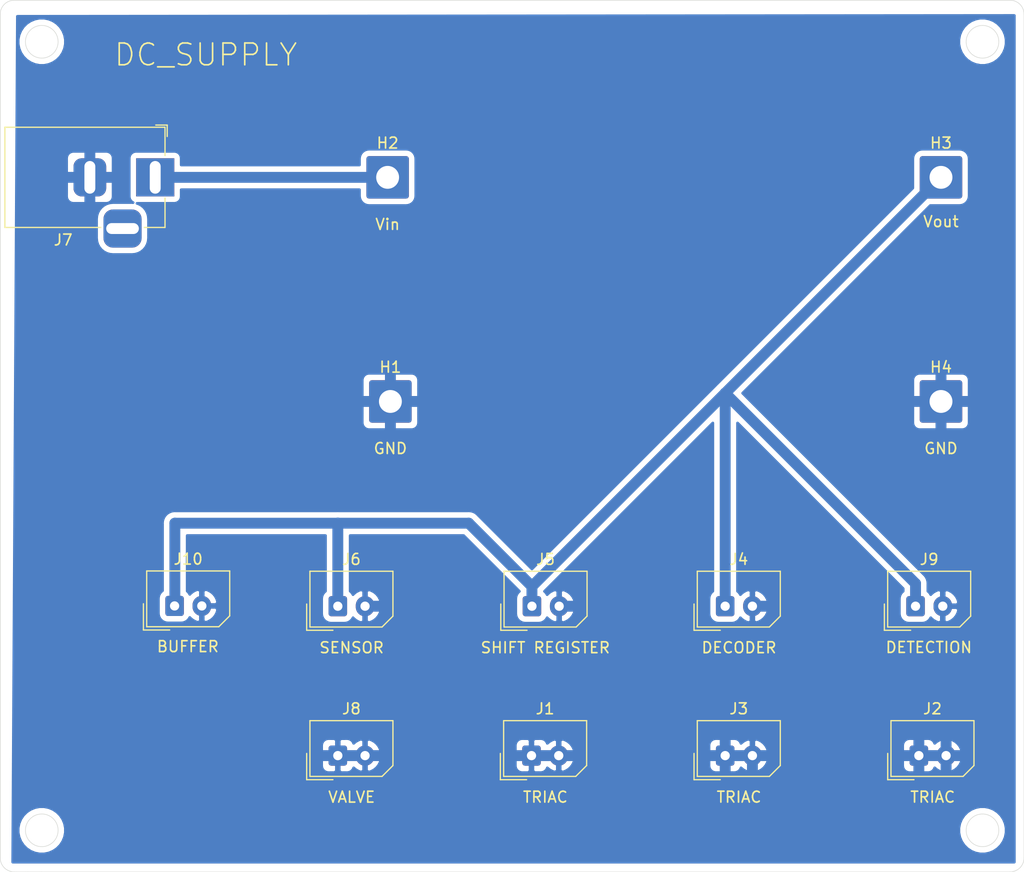
<source format=kicad_pcb>
(kicad_pcb (version 20171130) (host pcbnew "(5.1.8)-1")

  (general
    (thickness 1.6)
    (drawings 28)
    (tracks 49)
    (zones 0)
    (modules 14)
    (nets 5)
  )

  (page A4)
  (layers
    (0 F.Cu signal)
    (31 B.Cu signal)
    (32 B.Adhes user)
    (33 F.Adhes user)
    (34 B.Paste user)
    (35 F.Paste user)
    (36 B.SilkS user)
    (37 F.SilkS user)
    (38 B.Mask user)
    (39 F.Mask user)
    (40 Dwgs.User user)
    (41 Cmts.User user)
    (42 Eco1.User user)
    (43 Eco2.User user)
    (44 Edge.Cuts user)
    (45 Margin user)
    (46 B.CrtYd user)
    (47 F.CrtYd user)
    (48 B.Fab user)
    (49 F.Fab user)
  )

  (setup
    (last_trace_width 0.25)
    (trace_clearance 0.2)
    (zone_clearance 0.508)
    (zone_45_only no)
    (trace_min 0.2)
    (via_size 0.8)
    (via_drill 0.4)
    (via_min_size 0.4)
    (via_min_drill 0.3)
    (uvia_size 0.3)
    (uvia_drill 0.1)
    (uvias_allowed no)
    (uvia_min_size 0.2)
    (uvia_min_drill 0.1)
    (edge_width 0.05)
    (segment_width 0.2)
    (pcb_text_width 0.3)
    (pcb_text_size 1.5 1.5)
    (mod_edge_width 0.12)
    (mod_text_size 1 1)
    (mod_text_width 0.15)
    (pad_size 1.524 1.524)
    (pad_drill 0.762)
    (pad_to_mask_clearance 0)
    (aux_axis_origin 0 0)
    (visible_elements 7FFFFFFF)
    (pcbplotparams
      (layerselection 0x010fc_ffffffff)
      (usegerberextensions false)
      (usegerberattributes true)
      (usegerberadvancedattributes true)
      (creategerberjobfile true)
      (excludeedgelayer true)
      (linewidth 0.100000)
      (plotframeref false)
      (viasonmask false)
      (mode 1)
      (useauxorigin false)
      (hpglpennumber 1)
      (hpglpenspeed 20)
      (hpglpendiameter 15.000000)
      (psnegative false)
      (psa4output false)
      (plotreference true)
      (plotvalue true)
      (plotinvisibletext false)
      (padsonsilk false)
      (subtractmaskfromsilk false)
      (outputformat 1)
      (mirror false)
      (drillshape 0)
      (scaleselection 1)
      (outputdirectory "C:/Users/hjpark/Documents/kiCad/heating/final_edge/gerber_final/dc_supply/"))
  )

  (net 0 "")
  (net 1 GND)
  (net 2 +12V)
  (net 3 +3V3)
  (net 4 "Net-(J7-Pad3)")

  (net_class Default "This is the default net class."
    (clearance 0.2)
    (trace_width 0.25)
    (via_dia 0.8)
    (via_drill 0.4)
    (uvia_dia 0.3)
    (uvia_drill 0.1)
    (add_net "Net-(J7-Pad3)")
  )

  (net_class power ""
    (clearance 0.25)
    (trace_width 1)
    (via_dia 0.8)
    (via_drill 0.4)
    (uvia_dia 0.3)
    (uvia_drill 0.1)
    (add_net +12V)
    (add_net +3V3)
    (add_net GND)
  )

  (module Connector_Molex:Molex_SPOX_5267-02A_1x02_P2.50mm_Vertical (layer F.Cu) (tedit 5B7833F7) (tstamp 60DC5816)
    (at 46.482 89.8906)
    (descr "Molex SPOX Connector System, 5267-02A, 2 Pins per row (http://www.molex.com/pdm_docs/sd/022035035_sd.pdf), generated with kicad-footprint-generator")
    (tags "connector Molex SPOX side entry")
    (path /60DC54B2)
    (fp_text reference J10 (at 1.25 -4.3) (layer F.SilkS)
      (effects (font (size 1 1) (thickness 0.15)))
    )
    (fp_text value Conn_01x02_Male (at 1.25 3) (layer F.Fab)
      (effects (font (size 1 1) (thickness 0.15)))
    )
    (fp_line (start -2.45 -3.1) (end -2.45 1.8) (layer F.Fab) (width 0.1))
    (fp_line (start -2.45 1.8) (end 3.95 1.8) (layer F.Fab) (width 0.1))
    (fp_line (start 3.95 1.8) (end 4.95 0.8) (layer F.Fab) (width 0.1))
    (fp_line (start 4.95 0.8) (end 4.95 -3.1) (layer F.Fab) (width 0.1))
    (fp_line (start 4.95 -3.1) (end -2.45 -3.1) (layer F.Fab) (width 0.1))
    (fp_line (start -2.56 -3.21) (end -2.56 1.91) (layer F.SilkS) (width 0.12))
    (fp_line (start -2.56 1.91) (end 4.06 1.91) (layer F.SilkS) (width 0.12))
    (fp_line (start 4.06 1.91) (end 5.06 0.91) (layer F.SilkS) (width 0.12))
    (fp_line (start 5.06 0.91) (end 5.06 -3.21) (layer F.SilkS) (width 0.12))
    (fp_line (start 5.06 -3.21) (end -2.56 -3.21) (layer F.SilkS) (width 0.12))
    (fp_line (start -2.86 -0.2) (end -2.86 2.21) (layer F.SilkS) (width 0.12))
    (fp_line (start -2.86 2.21) (end -0.45 2.21) (layer F.SilkS) (width 0.12))
    (fp_line (start -0.5 1.8) (end 0 1.092893) (layer F.Fab) (width 0.1))
    (fp_line (start 0 1.092893) (end 0.5 1.8) (layer F.Fab) (width 0.1))
    (fp_line (start -2.95 -3.6) (end -2.95 2.3) (layer F.CrtYd) (width 0.05))
    (fp_line (start -2.95 2.3) (end 4.45 2.3) (layer F.CrtYd) (width 0.05))
    (fp_line (start 4.45 2.3) (end 5.45 1.3) (layer F.CrtYd) (width 0.05))
    (fp_line (start 5.45 1.3) (end 5.45 -3.6) (layer F.CrtYd) (width 0.05))
    (fp_line (start 5.45 -3.6) (end -2.95 -3.6) (layer F.CrtYd) (width 0.05))
    (fp_text user %R (at 1.25 -2.4) (layer F.Fab)
      (effects (font (size 1 1) (thickness 0.15)))
    )
    (pad 2 thru_hole oval (at 2.5 0) (size 1.7 1.85) (drill 0.85) (layers *.Cu *.Mask)
      (net 1 GND))
    (pad 1 thru_hole roundrect (at 0 0) (size 1.7 1.85) (drill 0.85) (layers *.Cu *.Mask) (roundrect_rratio 0.1470588235294118)
      (net 3 +3V3))
    (model ${KISYS3DMOD}/Connector_Molex.3dshapes/Molex_SPOX_5267-02A_1x02_P2.50mm_Vertical.wrl
      (at (xyz 0 0 0))
      (scale (xyz 1 1 1))
      (rotate (xyz 0 0 0))
    )
  )

  (module Connector_Molex:Molex_SPOX_5267-02A_1x02_P2.50mm_Vertical (layer F.Cu) (tedit 5B7833F7) (tstamp 60DC57FC)
    (at 114.5032 89.916)
    (descr "Molex SPOX Connector System, 5267-02A, 2 Pins per row (http://www.molex.com/pdm_docs/sd/022035035_sd.pdf), generated with kicad-footprint-generator")
    (tags "connector Molex SPOX side entry")
    (path /60DC60D3)
    (fp_text reference J9 (at 1.25 -4.3) (layer F.SilkS)
      (effects (font (size 1 1) (thickness 0.15)))
    )
    (fp_text value Conn_01x02_Male (at 1.25 3) (layer F.Fab)
      (effects (font (size 1 1) (thickness 0.15)))
    )
    (fp_line (start -2.45 -3.1) (end -2.45 1.8) (layer F.Fab) (width 0.1))
    (fp_line (start -2.45 1.8) (end 3.95 1.8) (layer F.Fab) (width 0.1))
    (fp_line (start 3.95 1.8) (end 4.95 0.8) (layer F.Fab) (width 0.1))
    (fp_line (start 4.95 0.8) (end 4.95 -3.1) (layer F.Fab) (width 0.1))
    (fp_line (start 4.95 -3.1) (end -2.45 -3.1) (layer F.Fab) (width 0.1))
    (fp_line (start -2.56 -3.21) (end -2.56 1.91) (layer F.SilkS) (width 0.12))
    (fp_line (start -2.56 1.91) (end 4.06 1.91) (layer F.SilkS) (width 0.12))
    (fp_line (start 4.06 1.91) (end 5.06 0.91) (layer F.SilkS) (width 0.12))
    (fp_line (start 5.06 0.91) (end 5.06 -3.21) (layer F.SilkS) (width 0.12))
    (fp_line (start 5.06 -3.21) (end -2.56 -3.21) (layer F.SilkS) (width 0.12))
    (fp_line (start -2.86 -0.2) (end -2.86 2.21) (layer F.SilkS) (width 0.12))
    (fp_line (start -2.86 2.21) (end -0.45 2.21) (layer F.SilkS) (width 0.12))
    (fp_line (start -0.5 1.8) (end 0 1.092893) (layer F.Fab) (width 0.1))
    (fp_line (start 0 1.092893) (end 0.5 1.8) (layer F.Fab) (width 0.1))
    (fp_line (start -2.95 -3.6) (end -2.95 2.3) (layer F.CrtYd) (width 0.05))
    (fp_line (start -2.95 2.3) (end 4.45 2.3) (layer F.CrtYd) (width 0.05))
    (fp_line (start 4.45 2.3) (end 5.45 1.3) (layer F.CrtYd) (width 0.05))
    (fp_line (start 5.45 1.3) (end 5.45 -3.6) (layer F.CrtYd) (width 0.05))
    (fp_line (start 5.45 -3.6) (end -2.95 -3.6) (layer F.CrtYd) (width 0.05))
    (fp_text user %R (at 1.25 -2.4) (layer F.Fab)
      (effects (font (size 1 1) (thickness 0.15)))
    )
    (pad 2 thru_hole oval (at 2.5 0) (size 1.7 1.85) (drill 0.85) (layers *.Cu *.Mask)
      (net 1 GND))
    (pad 1 thru_hole roundrect (at 0 0) (size 1.7 1.85) (drill 0.85) (layers *.Cu *.Mask) (roundrect_rratio 0.1470588235294118)
      (net 3 +3V3))
    (model ${KISYS3DMOD}/Connector_Molex.3dshapes/Molex_SPOX_5267-02A_1x02_P2.50mm_Vertical.wrl
      (at (xyz 0 0 0))
      (scale (xyz 1 1 1))
      (rotate (xyz 0 0 0))
    )
  )

  (module Connector_Molex:Molex_SPOX_5267-02A_1x02_P2.50mm_Vertical (layer F.Cu) (tedit 5B7833F7) (tstamp 609FE003)
    (at 79.288 89.916)
    (descr "Molex SPOX Connector System, 5267-02A, 2 Pins per row (http://www.molex.com/pdm_docs/sd/022035035_sd.pdf), generated with kicad-footprint-generator")
    (tags "connector Molex SPOX side entry")
    (path /60A1070D)
    (fp_text reference J5 (at 1.25 -4.3) (layer F.SilkS)
      (effects (font (size 1 1) (thickness 0.15)))
    )
    (fp_text value Conn_01x02_Male (at 1.25 3) (layer F.Fab)
      (effects (font (size 1 1) (thickness 0.15)))
    )
    (fp_line (start 5.45 -3.6) (end -2.95 -3.6) (layer F.CrtYd) (width 0.05))
    (fp_line (start 5.45 1.3) (end 5.45 -3.6) (layer F.CrtYd) (width 0.05))
    (fp_line (start 4.45 2.3) (end 5.45 1.3) (layer F.CrtYd) (width 0.05))
    (fp_line (start -2.95 2.3) (end 4.45 2.3) (layer F.CrtYd) (width 0.05))
    (fp_line (start -2.95 -3.6) (end -2.95 2.3) (layer F.CrtYd) (width 0.05))
    (fp_line (start 0 1.092893) (end 0.5 1.8) (layer F.Fab) (width 0.1))
    (fp_line (start -0.5 1.8) (end 0 1.092893) (layer F.Fab) (width 0.1))
    (fp_line (start -2.86 2.21) (end -0.45 2.21) (layer F.SilkS) (width 0.12))
    (fp_line (start -2.86 -0.2) (end -2.86 2.21) (layer F.SilkS) (width 0.12))
    (fp_line (start 5.06 -3.21) (end -2.56 -3.21) (layer F.SilkS) (width 0.12))
    (fp_line (start 5.06 0.91) (end 5.06 -3.21) (layer F.SilkS) (width 0.12))
    (fp_line (start 4.06 1.91) (end 5.06 0.91) (layer F.SilkS) (width 0.12))
    (fp_line (start -2.56 1.91) (end 4.06 1.91) (layer F.SilkS) (width 0.12))
    (fp_line (start -2.56 -3.21) (end -2.56 1.91) (layer F.SilkS) (width 0.12))
    (fp_line (start 4.95 -3.1) (end -2.45 -3.1) (layer F.Fab) (width 0.1))
    (fp_line (start 4.95 0.8) (end 4.95 -3.1) (layer F.Fab) (width 0.1))
    (fp_line (start 3.95 1.8) (end 4.95 0.8) (layer F.Fab) (width 0.1))
    (fp_line (start -2.45 1.8) (end 3.95 1.8) (layer F.Fab) (width 0.1))
    (fp_line (start -2.45 -3.1) (end -2.45 1.8) (layer F.Fab) (width 0.1))
    (fp_text user %R (at 1.25 -2.4) (layer F.Fab)
      (effects (font (size 1 1) (thickness 0.15)))
    )
    (pad 2 thru_hole oval (at 2.5 0) (size 1.7 1.85) (drill 0.85) (layers *.Cu *.Mask)
      (net 1 GND))
    (pad 1 thru_hole roundrect (at 0 0) (size 1.7 1.85) (drill 0.85) (layers *.Cu *.Mask) (roundrect_rratio 0.1470588235294118)
      (net 3 +3V3))
    (model ${KISYS3DMOD}/Connector_Molex.3dshapes/Molex_SPOX_5267-02A_1x02_P2.50mm_Vertical.wrl
      (at (xyz 0 0 0))
      (scale (xyz 1 1 1))
      (rotate (xyz 0 0 0))
    )
  )

  (module Connector_Molex:Molex_SPOX_5267-02A_1x02_P2.50mm_Vertical (layer F.Cu) (tedit 5B7833F7) (tstamp 60A259DE)
    (at 61.468 103.632)
    (descr "Molex SPOX Connector System, 5267-02A, 2 Pins per row (http://www.molex.com/pdm_docs/sd/022035035_sd.pdf), generated with kicad-footprint-generator")
    (tags "connector Molex SPOX side entry")
    (path /60A26140)
    (fp_text reference J8 (at 1.25 -4.3) (layer F.SilkS)
      (effects (font (size 1 1) (thickness 0.15)))
    )
    (fp_text value Conn_01x02_Male (at 1.25 3) (layer F.Fab)
      (effects (font (size 1 1) (thickness 0.15)))
    )
    (fp_line (start -2.45 -3.1) (end -2.45 1.8) (layer F.Fab) (width 0.1))
    (fp_line (start -2.45 1.8) (end 3.95 1.8) (layer F.Fab) (width 0.1))
    (fp_line (start 3.95 1.8) (end 4.95 0.8) (layer F.Fab) (width 0.1))
    (fp_line (start 4.95 0.8) (end 4.95 -3.1) (layer F.Fab) (width 0.1))
    (fp_line (start 4.95 -3.1) (end -2.45 -3.1) (layer F.Fab) (width 0.1))
    (fp_line (start -2.56 -3.21) (end -2.56 1.91) (layer F.SilkS) (width 0.12))
    (fp_line (start -2.56 1.91) (end 4.06 1.91) (layer F.SilkS) (width 0.12))
    (fp_line (start 4.06 1.91) (end 5.06 0.91) (layer F.SilkS) (width 0.12))
    (fp_line (start 5.06 0.91) (end 5.06 -3.21) (layer F.SilkS) (width 0.12))
    (fp_line (start 5.06 -3.21) (end -2.56 -3.21) (layer F.SilkS) (width 0.12))
    (fp_line (start -2.86 -0.2) (end -2.86 2.21) (layer F.SilkS) (width 0.12))
    (fp_line (start -2.86 2.21) (end -0.45 2.21) (layer F.SilkS) (width 0.12))
    (fp_line (start -0.5 1.8) (end 0 1.092893) (layer F.Fab) (width 0.1))
    (fp_line (start 0 1.092893) (end 0.5 1.8) (layer F.Fab) (width 0.1))
    (fp_line (start -2.95 -3.6) (end -2.95 2.3) (layer F.CrtYd) (width 0.05))
    (fp_line (start -2.95 2.3) (end 4.45 2.3) (layer F.CrtYd) (width 0.05))
    (fp_line (start 4.45 2.3) (end 5.45 1.3) (layer F.CrtYd) (width 0.05))
    (fp_line (start 5.45 1.3) (end 5.45 -3.6) (layer F.CrtYd) (width 0.05))
    (fp_line (start 5.45 -3.6) (end -2.95 -3.6) (layer F.CrtYd) (width 0.05))
    (fp_text user %R (at 1.25 -2.4) (layer F.Fab)
      (effects (font (size 1 1) (thickness 0.15)))
    )
    (pad 2 thru_hole oval (at 2.5 0) (size 1.7 1.85) (drill 0.85) (layers *.Cu *.Mask)
      (net 1 GND))
    (pad 1 thru_hole roundrect (at 0 0) (size 1.7 1.85) (drill 0.85) (layers *.Cu *.Mask) (roundrect_rratio 0.1470588235294118)
      (net 1 GND))
    (model ${KISYS3DMOD}/Connector_Molex.3dshapes/Molex_SPOX_5267-02A_1x02_P2.50mm_Vertical.wrl
      (at (xyz 0 0 0))
      (scale (xyz 1 1 1))
      (rotate (xyz 0 0 0))
    )
  )

  (module Connector_BarrelJack:BarrelJack_Horizontal (layer F.Cu) (tedit 5A1DBF6A) (tstamp 609FE040)
    (at 44.704 50.546)
    (descr "DC Barrel Jack")
    (tags "Power Jack")
    (path /609FE6DE)
    (fp_text reference J7 (at -8.45 5.75) (layer F.SilkS)
      (effects (font (size 1 1) (thickness 0.15)))
    )
    (fp_text value Barrel_Jack_Switch (at -6.2 -5.5) (layer F.Fab)
      (effects (font (size 1 1) (thickness 0.15)))
    )
    (fp_line (start 0 -4.5) (end -13.7 -4.5) (layer F.Fab) (width 0.1))
    (fp_line (start 0.8 4.5) (end 0.8 -3.75) (layer F.Fab) (width 0.1))
    (fp_line (start -13.7 4.5) (end 0.8 4.5) (layer F.Fab) (width 0.1))
    (fp_line (start -13.7 -4.5) (end -13.7 4.5) (layer F.Fab) (width 0.1))
    (fp_line (start -10.2 -4.5) (end -10.2 4.5) (layer F.Fab) (width 0.1))
    (fp_line (start 0.9 -4.6) (end 0.9 -2) (layer F.SilkS) (width 0.12))
    (fp_line (start -13.8 -4.6) (end 0.9 -4.6) (layer F.SilkS) (width 0.12))
    (fp_line (start 0.9 4.6) (end -1 4.6) (layer F.SilkS) (width 0.12))
    (fp_line (start 0.9 1.9) (end 0.9 4.6) (layer F.SilkS) (width 0.12))
    (fp_line (start -13.8 4.6) (end -13.8 -4.6) (layer F.SilkS) (width 0.12))
    (fp_line (start -5 4.6) (end -13.8 4.6) (layer F.SilkS) (width 0.12))
    (fp_line (start -14 4.75) (end -14 -4.75) (layer F.CrtYd) (width 0.05))
    (fp_line (start -5 4.75) (end -14 4.75) (layer F.CrtYd) (width 0.05))
    (fp_line (start -5 6.75) (end -5 4.75) (layer F.CrtYd) (width 0.05))
    (fp_line (start -1 6.75) (end -5 6.75) (layer F.CrtYd) (width 0.05))
    (fp_line (start -1 4.75) (end -1 6.75) (layer F.CrtYd) (width 0.05))
    (fp_line (start 1 4.75) (end -1 4.75) (layer F.CrtYd) (width 0.05))
    (fp_line (start 1 2) (end 1 4.75) (layer F.CrtYd) (width 0.05))
    (fp_line (start 2 2) (end 1 2) (layer F.CrtYd) (width 0.05))
    (fp_line (start 2 -2) (end 2 2) (layer F.CrtYd) (width 0.05))
    (fp_line (start 1 -2) (end 2 -2) (layer F.CrtYd) (width 0.05))
    (fp_line (start 1 -4.5) (end 1 -2) (layer F.CrtYd) (width 0.05))
    (fp_line (start 1 -4.75) (end -14 -4.75) (layer F.CrtYd) (width 0.05))
    (fp_line (start 1 -4.5) (end 1 -4.75) (layer F.CrtYd) (width 0.05))
    (fp_line (start 0.05 -4.8) (end 1.1 -4.8) (layer F.SilkS) (width 0.12))
    (fp_line (start 1.1 -3.75) (end 1.1 -4.8) (layer F.SilkS) (width 0.12))
    (fp_line (start -0.003213 -4.505425) (end 0.8 -3.75) (layer F.Fab) (width 0.1))
    (fp_text user %R (at -3 -2.95) (layer F.Fab)
      (effects (font (size 1 1) (thickness 0.15)))
    )
    (pad 3 thru_hole roundrect (at -3 4.7) (size 3.5 3.5) (drill oval 3 1) (layers *.Cu *.Mask) (roundrect_rratio 0.25)
      (net 4 "Net-(J7-Pad3)"))
    (pad 2 thru_hole roundrect (at -6 0) (size 3 3.5) (drill oval 1 3) (layers *.Cu *.Mask) (roundrect_rratio 0.25)
      (net 1 GND))
    (pad 1 thru_hole rect (at 0 0) (size 3.5 3.5) (drill oval 1 3) (layers *.Cu *.Mask)
      (net 2 +12V))
    (model ${KISYS3DMOD}/Connector_BarrelJack.3dshapes/BarrelJack_Horizontal.wrl
      (at (xyz 0 0 0))
      (scale (xyz 1 1 1))
      (rotate (xyz 0 0 0))
    )
  )

  (module Connector_Molex:Molex_SPOX_5267-02A_1x02_P2.50mm_Vertical (layer F.Cu) (tedit 5B7833F7) (tstamp 609FE01D)
    (at 61.468 89.916)
    (descr "Molex SPOX Connector System, 5267-02A, 2 Pins per row (http://www.molex.com/pdm_docs/sd/022035035_sd.pdf), generated with kicad-footprint-generator")
    (tags "connector Molex SPOX side entry")
    (path /60A1EE5A)
    (fp_text reference J6 (at 1.25 -4.3) (layer F.SilkS)
      (effects (font (size 1 1) (thickness 0.15)))
    )
    (fp_text value Conn_01x02_Male (at 1.25 3) (layer F.Fab)
      (effects (font (size 1 1) (thickness 0.15)))
    )
    (fp_line (start 5.45 -3.6) (end -2.95 -3.6) (layer F.CrtYd) (width 0.05))
    (fp_line (start 5.45 1.3) (end 5.45 -3.6) (layer F.CrtYd) (width 0.05))
    (fp_line (start 4.45 2.3) (end 5.45 1.3) (layer F.CrtYd) (width 0.05))
    (fp_line (start -2.95 2.3) (end 4.45 2.3) (layer F.CrtYd) (width 0.05))
    (fp_line (start -2.95 -3.6) (end -2.95 2.3) (layer F.CrtYd) (width 0.05))
    (fp_line (start 0 1.092893) (end 0.5 1.8) (layer F.Fab) (width 0.1))
    (fp_line (start -0.5 1.8) (end 0 1.092893) (layer F.Fab) (width 0.1))
    (fp_line (start -2.86 2.21) (end -0.45 2.21) (layer F.SilkS) (width 0.12))
    (fp_line (start -2.86 -0.2) (end -2.86 2.21) (layer F.SilkS) (width 0.12))
    (fp_line (start 5.06 -3.21) (end -2.56 -3.21) (layer F.SilkS) (width 0.12))
    (fp_line (start 5.06 0.91) (end 5.06 -3.21) (layer F.SilkS) (width 0.12))
    (fp_line (start 4.06 1.91) (end 5.06 0.91) (layer F.SilkS) (width 0.12))
    (fp_line (start -2.56 1.91) (end 4.06 1.91) (layer F.SilkS) (width 0.12))
    (fp_line (start -2.56 -3.21) (end -2.56 1.91) (layer F.SilkS) (width 0.12))
    (fp_line (start 4.95 -3.1) (end -2.45 -3.1) (layer F.Fab) (width 0.1))
    (fp_line (start 4.95 0.8) (end 4.95 -3.1) (layer F.Fab) (width 0.1))
    (fp_line (start 3.95 1.8) (end 4.95 0.8) (layer F.Fab) (width 0.1))
    (fp_line (start -2.45 1.8) (end 3.95 1.8) (layer F.Fab) (width 0.1))
    (fp_line (start -2.45 -3.1) (end -2.45 1.8) (layer F.Fab) (width 0.1))
    (fp_text user %R (at 1.25 -2.4) (layer F.Fab)
      (effects (font (size 1 1) (thickness 0.15)))
    )
    (pad 2 thru_hole oval (at 2.5 0) (size 1.7 1.85) (drill 0.85) (layers *.Cu *.Mask)
      (net 1 GND))
    (pad 1 thru_hole roundrect (at 0 0) (size 1.7 1.85) (drill 0.85) (layers *.Cu *.Mask) (roundrect_rratio 0.1470588235294118)
      (net 3 +3V3))
    (model ${KISYS3DMOD}/Connector_Molex.3dshapes/Molex_SPOX_5267-02A_1x02_P2.50mm_Vertical.wrl
      (at (xyz 0 0 0))
      (scale (xyz 1 1 1))
      (rotate (xyz 0 0 0))
    )
  )

  (module Connector_Molex:Molex_SPOX_5267-02A_1x02_P2.50mm_Vertical (layer F.Cu) (tedit 5B7833F7) (tstamp 609FDFE9)
    (at 97.028 89.916)
    (descr "Molex SPOX Connector System, 5267-02A, 2 Pins per row (http://www.molex.com/pdm_docs/sd/022035035_sd.pdf), generated with kicad-footprint-generator")
    (tags "connector Molex SPOX side entry")
    (path /60A10072)
    (fp_text reference J4 (at 1.25 -4.3) (layer F.SilkS)
      (effects (font (size 1 1) (thickness 0.15)))
    )
    (fp_text value Conn_01x02_Male (at 1.25 3) (layer F.Fab)
      (effects (font (size 1 1) (thickness 0.15)))
    )
    (fp_line (start 5.45 -3.6) (end -2.95 -3.6) (layer F.CrtYd) (width 0.05))
    (fp_line (start 5.45 1.3) (end 5.45 -3.6) (layer F.CrtYd) (width 0.05))
    (fp_line (start 4.45 2.3) (end 5.45 1.3) (layer F.CrtYd) (width 0.05))
    (fp_line (start -2.95 2.3) (end 4.45 2.3) (layer F.CrtYd) (width 0.05))
    (fp_line (start -2.95 -3.6) (end -2.95 2.3) (layer F.CrtYd) (width 0.05))
    (fp_line (start 0 1.092893) (end 0.5 1.8) (layer F.Fab) (width 0.1))
    (fp_line (start -0.5 1.8) (end 0 1.092893) (layer F.Fab) (width 0.1))
    (fp_line (start -2.86 2.21) (end -0.45 2.21) (layer F.SilkS) (width 0.12))
    (fp_line (start -2.86 -0.2) (end -2.86 2.21) (layer F.SilkS) (width 0.12))
    (fp_line (start 5.06 -3.21) (end -2.56 -3.21) (layer F.SilkS) (width 0.12))
    (fp_line (start 5.06 0.91) (end 5.06 -3.21) (layer F.SilkS) (width 0.12))
    (fp_line (start 4.06 1.91) (end 5.06 0.91) (layer F.SilkS) (width 0.12))
    (fp_line (start -2.56 1.91) (end 4.06 1.91) (layer F.SilkS) (width 0.12))
    (fp_line (start -2.56 -3.21) (end -2.56 1.91) (layer F.SilkS) (width 0.12))
    (fp_line (start 4.95 -3.1) (end -2.45 -3.1) (layer F.Fab) (width 0.1))
    (fp_line (start 4.95 0.8) (end 4.95 -3.1) (layer F.Fab) (width 0.1))
    (fp_line (start 3.95 1.8) (end 4.95 0.8) (layer F.Fab) (width 0.1))
    (fp_line (start -2.45 1.8) (end 3.95 1.8) (layer F.Fab) (width 0.1))
    (fp_line (start -2.45 -3.1) (end -2.45 1.8) (layer F.Fab) (width 0.1))
    (fp_text user %R (at 1.25 -2.4) (layer F.Fab)
      (effects (font (size 1 1) (thickness 0.15)))
    )
    (pad 2 thru_hole oval (at 2.5 0) (size 1.7 1.85) (drill 0.85) (layers *.Cu *.Mask)
      (net 1 GND))
    (pad 1 thru_hole roundrect (at 0 0) (size 1.7 1.85) (drill 0.85) (layers *.Cu *.Mask) (roundrect_rratio 0.1470588235294118)
      (net 3 +3V3))
    (model ${KISYS3DMOD}/Connector_Molex.3dshapes/Molex_SPOX_5267-02A_1x02_P2.50mm_Vertical.wrl
      (at (xyz 0 0 0))
      (scale (xyz 1 1 1))
      (rotate (xyz 0 0 0))
    )
  )

  (module Connector_Molex:Molex_SPOX_5267-02A_1x02_P2.50mm_Vertical (layer F.Cu) (tedit 5B7833F7) (tstamp 609FDFCF)
    (at 97.028 103.632)
    (descr "Molex SPOX Connector System, 5267-02A, 2 Pins per row (http://www.molex.com/pdm_docs/sd/022035035_sd.pdf), generated with kicad-footprint-generator")
    (tags "connector Molex SPOX side entry")
    (path /60A0F963)
    (fp_text reference J3 (at 1.25 -4.3) (layer F.SilkS)
      (effects (font (size 1 1) (thickness 0.15)))
    )
    (fp_text value Conn_01x02_Male (at 1.25 3) (layer F.Fab)
      (effects (font (size 1 1) (thickness 0.15)))
    )
    (fp_line (start 5.45 -3.6) (end -2.95 -3.6) (layer F.CrtYd) (width 0.05))
    (fp_line (start 5.45 1.3) (end 5.45 -3.6) (layer F.CrtYd) (width 0.05))
    (fp_line (start 4.45 2.3) (end 5.45 1.3) (layer F.CrtYd) (width 0.05))
    (fp_line (start -2.95 2.3) (end 4.45 2.3) (layer F.CrtYd) (width 0.05))
    (fp_line (start -2.95 -3.6) (end -2.95 2.3) (layer F.CrtYd) (width 0.05))
    (fp_line (start 0 1.092893) (end 0.5 1.8) (layer F.Fab) (width 0.1))
    (fp_line (start -0.5 1.8) (end 0 1.092893) (layer F.Fab) (width 0.1))
    (fp_line (start -2.86 2.21) (end -0.45 2.21) (layer F.SilkS) (width 0.12))
    (fp_line (start -2.86 -0.2) (end -2.86 2.21) (layer F.SilkS) (width 0.12))
    (fp_line (start 5.06 -3.21) (end -2.56 -3.21) (layer F.SilkS) (width 0.12))
    (fp_line (start 5.06 0.91) (end 5.06 -3.21) (layer F.SilkS) (width 0.12))
    (fp_line (start 4.06 1.91) (end 5.06 0.91) (layer F.SilkS) (width 0.12))
    (fp_line (start -2.56 1.91) (end 4.06 1.91) (layer F.SilkS) (width 0.12))
    (fp_line (start -2.56 -3.21) (end -2.56 1.91) (layer F.SilkS) (width 0.12))
    (fp_line (start 4.95 -3.1) (end -2.45 -3.1) (layer F.Fab) (width 0.1))
    (fp_line (start 4.95 0.8) (end 4.95 -3.1) (layer F.Fab) (width 0.1))
    (fp_line (start 3.95 1.8) (end 4.95 0.8) (layer F.Fab) (width 0.1))
    (fp_line (start -2.45 1.8) (end 3.95 1.8) (layer F.Fab) (width 0.1))
    (fp_line (start -2.45 -3.1) (end -2.45 1.8) (layer F.Fab) (width 0.1))
    (fp_text user %R (at 1.25 -2.4) (layer F.Fab)
      (effects (font (size 1 1) (thickness 0.15)))
    )
    (pad 2 thru_hole oval (at 2.5 0) (size 1.7 1.85) (drill 0.85) (layers *.Cu *.Mask)
      (net 1 GND))
    (pad 1 thru_hole roundrect (at 0 0) (size 1.7 1.85) (drill 0.85) (layers *.Cu *.Mask) (roundrect_rratio 0.1470588235294118)
      (net 1 GND))
    (model ${KISYS3DMOD}/Connector_Molex.3dshapes/Molex_SPOX_5267-02A_1x02_P2.50mm_Vertical.wrl
      (at (xyz 0 0 0))
      (scale (xyz 1 1 1))
      (rotate (xyz 0 0 0))
    )
  )

  (module Connector_Molex:Molex_SPOX_5267-02A_1x02_P2.50mm_Vertical (layer F.Cu) (tedit 5B7833F7) (tstamp 609FDFB5)
    (at 114.808 103.632)
    (descr "Molex SPOX Connector System, 5267-02A, 2 Pins per row (http://www.molex.com/pdm_docs/sd/022035035_sd.pdf), generated with kicad-footprint-generator")
    (tags "connector Molex SPOX side entry")
    (path /60A0ED44)
    (fp_text reference J2 (at 1.25 -4.3) (layer F.SilkS)
      (effects (font (size 1 1) (thickness 0.15)))
    )
    (fp_text value Conn_01x02_Male (at 1.25 3) (layer F.Fab)
      (effects (font (size 1 1) (thickness 0.15)))
    )
    (fp_line (start 5.45 -3.6) (end -2.95 -3.6) (layer F.CrtYd) (width 0.05))
    (fp_line (start 5.45 1.3) (end 5.45 -3.6) (layer F.CrtYd) (width 0.05))
    (fp_line (start 4.45 2.3) (end 5.45 1.3) (layer F.CrtYd) (width 0.05))
    (fp_line (start -2.95 2.3) (end 4.45 2.3) (layer F.CrtYd) (width 0.05))
    (fp_line (start -2.95 -3.6) (end -2.95 2.3) (layer F.CrtYd) (width 0.05))
    (fp_line (start 0 1.092893) (end 0.5 1.8) (layer F.Fab) (width 0.1))
    (fp_line (start -0.5 1.8) (end 0 1.092893) (layer F.Fab) (width 0.1))
    (fp_line (start -2.86 2.21) (end -0.45 2.21) (layer F.SilkS) (width 0.12))
    (fp_line (start -2.86 -0.2) (end -2.86 2.21) (layer F.SilkS) (width 0.12))
    (fp_line (start 5.06 -3.21) (end -2.56 -3.21) (layer F.SilkS) (width 0.12))
    (fp_line (start 5.06 0.91) (end 5.06 -3.21) (layer F.SilkS) (width 0.12))
    (fp_line (start 4.06 1.91) (end 5.06 0.91) (layer F.SilkS) (width 0.12))
    (fp_line (start -2.56 1.91) (end 4.06 1.91) (layer F.SilkS) (width 0.12))
    (fp_line (start -2.56 -3.21) (end -2.56 1.91) (layer F.SilkS) (width 0.12))
    (fp_line (start 4.95 -3.1) (end -2.45 -3.1) (layer F.Fab) (width 0.1))
    (fp_line (start 4.95 0.8) (end 4.95 -3.1) (layer F.Fab) (width 0.1))
    (fp_line (start 3.95 1.8) (end 4.95 0.8) (layer F.Fab) (width 0.1))
    (fp_line (start -2.45 1.8) (end 3.95 1.8) (layer F.Fab) (width 0.1))
    (fp_line (start -2.45 -3.1) (end -2.45 1.8) (layer F.Fab) (width 0.1))
    (fp_text user %R (at 1.25 -2.4) (layer F.Fab)
      (effects (font (size 1 1) (thickness 0.15)))
    )
    (pad 2 thru_hole oval (at 2.5 0) (size 1.7 1.85) (drill 0.85) (layers *.Cu *.Mask)
      (net 1 GND))
    (pad 1 thru_hole roundrect (at 0 0) (size 1.7 1.85) (drill 0.85) (layers *.Cu *.Mask) (roundrect_rratio 0.1470588235294118)
      (net 1 GND))
    (model ${KISYS3DMOD}/Connector_Molex.3dshapes/Molex_SPOX_5267-02A_1x02_P2.50mm_Vertical.wrl
      (at (xyz 0 0 0))
      (scale (xyz 1 1 1))
      (rotate (xyz 0 0 0))
    )
  )

  (module Connector_Molex:Molex_SPOX_5267-02A_1x02_P2.50mm_Vertical (layer F.Cu) (tedit 5B7833F7) (tstamp 609FDF9B)
    (at 79.248 103.632)
    (descr "Molex SPOX Connector System, 5267-02A, 2 Pins per row (http://www.molex.com/pdm_docs/sd/022035035_sd.pdf), generated with kicad-footprint-generator")
    (tags "connector Molex SPOX side entry")
    (path /60A0DF39)
    (fp_text reference J1 (at 1.25 -4.3) (layer F.SilkS)
      (effects (font (size 1 1) (thickness 0.15)))
    )
    (fp_text value Conn_01x02_Male (at 1.25 3) (layer F.Fab)
      (effects (font (size 1 1) (thickness 0.15)))
    )
    (fp_line (start 5.45 -3.6) (end -2.95 -3.6) (layer F.CrtYd) (width 0.05))
    (fp_line (start 5.45 1.3) (end 5.45 -3.6) (layer F.CrtYd) (width 0.05))
    (fp_line (start 4.45 2.3) (end 5.45 1.3) (layer F.CrtYd) (width 0.05))
    (fp_line (start -2.95 2.3) (end 4.45 2.3) (layer F.CrtYd) (width 0.05))
    (fp_line (start -2.95 -3.6) (end -2.95 2.3) (layer F.CrtYd) (width 0.05))
    (fp_line (start 0 1.092893) (end 0.5 1.8) (layer F.Fab) (width 0.1))
    (fp_line (start -0.5 1.8) (end 0 1.092893) (layer F.Fab) (width 0.1))
    (fp_line (start -2.86 2.21) (end -0.45 2.21) (layer F.SilkS) (width 0.12))
    (fp_line (start -2.86 -0.2) (end -2.86 2.21) (layer F.SilkS) (width 0.12))
    (fp_line (start 5.06 -3.21) (end -2.56 -3.21) (layer F.SilkS) (width 0.12))
    (fp_line (start 5.06 0.91) (end 5.06 -3.21) (layer F.SilkS) (width 0.12))
    (fp_line (start 4.06 1.91) (end 5.06 0.91) (layer F.SilkS) (width 0.12))
    (fp_line (start -2.56 1.91) (end 4.06 1.91) (layer F.SilkS) (width 0.12))
    (fp_line (start -2.56 -3.21) (end -2.56 1.91) (layer F.SilkS) (width 0.12))
    (fp_line (start 4.95 -3.1) (end -2.45 -3.1) (layer F.Fab) (width 0.1))
    (fp_line (start 4.95 0.8) (end 4.95 -3.1) (layer F.Fab) (width 0.1))
    (fp_line (start 3.95 1.8) (end 4.95 0.8) (layer F.Fab) (width 0.1))
    (fp_line (start -2.45 1.8) (end 3.95 1.8) (layer F.Fab) (width 0.1))
    (fp_line (start -2.45 -3.1) (end -2.45 1.8) (layer F.Fab) (width 0.1))
    (fp_text user %R (at 1.25 -2.4) (layer F.Fab)
      (effects (font (size 1 1) (thickness 0.15)))
    )
    (pad 2 thru_hole oval (at 2.5 0) (size 1.7 1.85) (drill 0.85) (layers *.Cu *.Mask)
      (net 1 GND))
    (pad 1 thru_hole roundrect (at 0 0) (size 1.7 1.85) (drill 0.85) (layers *.Cu *.Mask) (roundrect_rratio 0.1470588235294118)
      (net 1 GND))
    (model ${KISYS3DMOD}/Connector_Molex.3dshapes/Molex_SPOX_5267-02A_1x02_P2.50mm_Vertical.wrl
      (at (xyz 0 0 0))
      (scale (xyz 1 1 1))
      (rotate (xyz 0 0 0))
    )
  )

  (module Connector_Wire:SolderWire-1.5sqmm_1x01_D1.7mm_OD3.9mm (layer F.Cu) (tedit 5EB70B45) (tstamp 609FDF81)
    (at 116.84 71.12)
    (descr "Soldered wire connection, for a single 1.5 mm² wire, reinforced insulation, conductor diameter 1.7mm, outer diameter 3.9mm, size source Multi-Contact FLEXI-xV 1.5 (https://ec.staubli.com/AcroFiles/Catalogues/TM_Cab-Main-11014119_(en)_hi.pdf), bend radius 3 times outer diameter, generated with kicad-footprint-generator")
    (tags "connector wire 1.5sqmm")
    (path /609FB208)
    (attr virtual)
    (fp_text reference H4 (at 0 -3.15) (layer F.SilkS)
      (effects (font (size 1 1) (thickness 0.15)))
    )
    (fp_text value MountingHole_Pad (at 0 3.15) (layer F.Fab)
      (effects (font (size 1 1) (thickness 0.15)))
    )
    (fp_line (start 2.7 -2.45) (end -2.7 -2.45) (layer F.CrtYd) (width 0.05))
    (fp_line (start 2.7 2.45) (end 2.7 -2.45) (layer F.CrtYd) (width 0.05))
    (fp_line (start -2.7 2.45) (end 2.7 2.45) (layer F.CrtYd) (width 0.05))
    (fp_line (start -2.7 -2.45) (end -2.7 2.45) (layer F.CrtYd) (width 0.05))
    (fp_circle (center 0 0) (end 1.95 0) (layer F.Fab) (width 0.1))
    (fp_text user %R (at 0 0) (layer F.Fab)
      (effects (font (size 0.98 0.98) (thickness 0.15)))
    )
    (pad 1 thru_hole roundrect (at 0 0) (size 3.9 3.9) (drill 2.1) (layers *.Cu *.Mask) (roundrect_rratio 0.06410282051282051)
      (net 1 GND))
    (model ${KISYS3DMOD}/Connector_Wire.3dshapes/SolderWire-1.5sqmm_1x01_D1.7mm_OD3.9mm.wrl
      (at (xyz 0 0 0))
      (scale (xyz 1 1 1))
      (rotate (xyz 0 0 0))
    )
  )

  (module Connector_Wire:SolderWire-1.5sqmm_1x01_D1.7mm_OD3.9mm (layer F.Cu) (tedit 5EB70B45) (tstamp 609FDF76)
    (at 116.84 50.546)
    (descr "Soldered wire connection, for a single 1.5 mm² wire, reinforced insulation, conductor diameter 1.7mm, outer diameter 3.9mm, size source Multi-Contact FLEXI-xV 1.5 (https://ec.staubli.com/AcroFiles/Catalogues/TM_Cab-Main-11014119_(en)_hi.pdf), bend radius 3 times outer diameter, generated with kicad-footprint-generator")
    (tags "connector wire 1.5sqmm")
    (path /609F97AC)
    (attr virtual)
    (fp_text reference H3 (at 0 -3.15) (layer F.SilkS)
      (effects (font (size 1 1) (thickness 0.15)))
    )
    (fp_text value MountingHole_Pad (at 0 3.15) (layer F.Fab)
      (effects (font (size 1 1) (thickness 0.15)))
    )
    (fp_line (start 2.7 -2.45) (end -2.7 -2.45) (layer F.CrtYd) (width 0.05))
    (fp_line (start 2.7 2.45) (end 2.7 -2.45) (layer F.CrtYd) (width 0.05))
    (fp_line (start -2.7 2.45) (end 2.7 2.45) (layer F.CrtYd) (width 0.05))
    (fp_line (start -2.7 -2.45) (end -2.7 2.45) (layer F.CrtYd) (width 0.05))
    (fp_circle (center 0 0) (end 1.95 0) (layer F.Fab) (width 0.1))
    (fp_text user %R (at 0 0) (layer F.Fab)
      (effects (font (size 0.98 0.98) (thickness 0.15)))
    )
    (pad 1 thru_hole roundrect (at 0 0) (size 3.9 3.9) (drill 2.1) (layers *.Cu *.Mask) (roundrect_rratio 0.06410282051282051)
      (net 3 +3V3))
    (model ${KISYS3DMOD}/Connector_Wire.3dshapes/SolderWire-1.5sqmm_1x01_D1.7mm_OD3.9mm.wrl
      (at (xyz 0 0 0))
      (scale (xyz 1 1 1))
      (rotate (xyz 0 0 0))
    )
  )

  (module Connector_Wire:SolderWire-1.5sqmm_1x01_D1.7mm_OD3.9mm (layer F.Cu) (tedit 5EB70B45) (tstamp 609FDF6B)
    (at 66.04 50.546)
    (descr "Soldered wire connection, for a single 1.5 mm² wire, reinforced insulation, conductor diameter 1.7mm, outer diameter 3.9mm, size source Multi-Contact FLEXI-xV 1.5 (https://ec.staubli.com/AcroFiles/Catalogues/TM_Cab-Main-11014119_(en)_hi.pdf), bend radius 3 times outer diameter, generated with kicad-footprint-generator")
    (tags "connector wire 1.5sqmm")
    (path /609FA1CE)
    (attr virtual)
    (fp_text reference H2 (at 0 -3.15) (layer F.SilkS)
      (effects (font (size 1 1) (thickness 0.15)))
    )
    (fp_text value MountingHole_Pad (at 0 3.15) (layer F.Fab)
      (effects (font (size 1 1) (thickness 0.15)))
    )
    (fp_line (start 2.7 -2.45) (end -2.7 -2.45) (layer F.CrtYd) (width 0.05))
    (fp_line (start 2.7 2.45) (end 2.7 -2.45) (layer F.CrtYd) (width 0.05))
    (fp_line (start -2.7 2.45) (end 2.7 2.45) (layer F.CrtYd) (width 0.05))
    (fp_line (start -2.7 -2.45) (end -2.7 2.45) (layer F.CrtYd) (width 0.05))
    (fp_circle (center 0 0) (end 1.95 0) (layer F.Fab) (width 0.1))
    (fp_text user %R (at 0 0) (layer F.Fab)
      (effects (font (size 0.98 0.98) (thickness 0.15)))
    )
    (pad 1 thru_hole roundrect (at 0 0) (size 3.9 3.9) (drill 2.1) (layers *.Cu *.Mask) (roundrect_rratio 0.06410282051282051)
      (net 2 +12V))
    (model ${KISYS3DMOD}/Connector_Wire.3dshapes/SolderWire-1.5sqmm_1x01_D1.7mm_OD3.9mm.wrl
      (at (xyz 0 0 0))
      (scale (xyz 1 1 1))
      (rotate (xyz 0 0 0))
    )
  )

  (module Connector_Wire:SolderWire-1.5sqmm_1x01_D1.7mm_OD3.9mm (layer F.Cu) (tedit 5EB70B45) (tstamp 609FDF60)
    (at 66.294 71.12)
    (descr "Soldered wire connection, for a single 1.5 mm² wire, reinforced insulation, conductor diameter 1.7mm, outer diameter 3.9mm, size source Multi-Contact FLEXI-xV 1.5 (https://ec.staubli.com/AcroFiles/Catalogues/TM_Cab-Main-11014119_(en)_hi.pdf), bend radius 3 times outer diameter, generated with kicad-footprint-generator")
    (tags "connector wire 1.5sqmm")
    (path /609F8BCE)
    (attr virtual)
    (fp_text reference H1 (at 0 -3.15) (layer F.SilkS)
      (effects (font (size 1 1) (thickness 0.15)))
    )
    (fp_text value MountingHole_Pad (at 0 3.15) (layer F.Fab)
      (effects (font (size 1 1) (thickness 0.15)))
    )
    (fp_line (start 2.7 -2.45) (end -2.7 -2.45) (layer F.CrtYd) (width 0.05))
    (fp_line (start 2.7 2.45) (end 2.7 -2.45) (layer F.CrtYd) (width 0.05))
    (fp_line (start -2.7 2.45) (end 2.7 2.45) (layer F.CrtYd) (width 0.05))
    (fp_line (start -2.7 -2.45) (end -2.7 2.45) (layer F.CrtYd) (width 0.05))
    (fp_circle (center 0 0) (end 1.95 0) (layer F.Fab) (width 0.1))
    (fp_text user %R (at 0 0) (layer F.Fab)
      (effects (font (size 0.98 0.98) (thickness 0.15)))
    )
    (pad 1 thru_hole roundrect (at 0 0) (size 3.9 3.9) (drill 2.1) (layers *.Cu *.Mask) (roundrect_rratio 0.06410282051282051)
      (net 1 GND))
    (model ${KISYS3DMOD}/Connector_Wire.3dshapes/SolderWire-1.5sqmm_1x01_D1.7mm_OD3.9mm.wrl
      (at (xyz 0 0 0))
      (scale (xyz 1 1 1))
      (rotate (xyz 0 0 0))
    )
  )

  (gr_text DC_SUPPLY (at 49.3522 39.2938) (layer F.SilkS)
    (effects (font (size 2 2) (thickness 0.15)))
  )
  (gr_text BUFFER (at 47.7012 93.6244) (layer F.SilkS)
    (effects (font (size 1 1) (thickness 0.15)))
  )
  (gr_text DETECTION (at 115.7224 93.7006) (layer F.SilkS)
    (effects (font (size 1 1) (thickness 0.15)))
  )
  (gr_line (start 124.46 113.03) (end 124.46 35.56) (layer Edge.Cuts) (width 0.05) (tstamp 60A5B5D6))
  (gr_line (start 30.48 113.03) (end 30.48 35.56) (layer Edge.Cuts) (width 0.05) (tstamp 60A5B5D2))
  (gr_line (start 33.02 114.3) (end 31.75 114.3) (layer Edge.Cuts) (width 0.05) (tstamp 60A5B5C7))
  (gr_line (start 34.29 114.3) (end 33.02 114.3) (layer Edge.Cuts) (width 0.05) (tstamp 60A5B5B9))
  (gr_circle (center 34.29 110.49) (end 35.79 110.49) (layer Edge.Cuts) (width 0.05) (tstamp 60A5B12C))
  (gr_circle (center 120.65 110.49) (end 122.15 110.49) (layer Edge.Cuts) (width 0.05) (tstamp 60A5B12C))
  (gr_circle (center 120.65 38.1) (end 122.15 38.1) (layer Edge.Cuts) (width 0.05) (tstamp 60A5B12C))
  (gr_circle (center 34.29 38.1) (end 35.79 38.1) (layer Edge.Cuts) (width 0.05))
  (gr_arc (start 31.75 113.03) (end 30.48 113.03) (angle -90) (layer Edge.Cuts) (width 0.05))
  (gr_arc (start 123.19 113.03) (end 123.19 114.3) (angle -90) (layer Edge.Cuts) (width 0.05))
  (gr_line (start 123.19 114.3) (end 34.29 114.3) (layer Edge.Cuts) (width 0.05))
  (gr_arc (start 123.19 35.56) (end 124.46 35.56) (angle -90) (layer Edge.Cuts) (width 0.05))
  (gr_arc (start 31.75 35.56) (end 31.75 34.29) (angle -90) (layer Edge.Cuts) (width 0.05))
  (gr_line (start 123.19 34.29) (end 31.75 34.29) (layer Edge.Cuts) (width 0.05))
  (gr_text VALVE (at 62.738 107.442) (layer F.SilkS)
    (effects (font (size 1 1) (thickness 0.15)))
  )
  (gr_text SENSOR (at 62.738 93.726) (layer F.SilkS)
    (effects (font (size 1 1) (thickness 0.15)))
  )
  (gr_text "SHIFT REGISTER" (at 80.518 93.726) (layer F.SilkS)
    (effects (font (size 1 1) (thickness 0.15)))
  )
  (gr_text DECODER (at 98.298 93.726) (layer F.SilkS)
    (effects (font (size 1 1) (thickness 0.15)))
  )
  (gr_text TRIAC (at 116.078 107.442) (layer F.SilkS)
    (effects (font (size 1 1) (thickness 0.15)))
  )
  (gr_text TRIAC (at 98.298 107.442) (layer F.SilkS)
    (effects (font (size 1 1) (thickness 0.15)))
  )
  (gr_text TRIAC (at 80.518 107.442) (layer F.SilkS)
    (effects (font (size 1 1) (thickness 0.15)))
  )
  (gr_text GND (at 116.84 75.438) (layer F.SilkS)
    (effects (font (size 1 1) (thickness 0.15)))
  )
  (gr_text Vout (at 116.84 54.61) (layer F.SilkS)
    (effects (font (size 1 1) (thickness 0.15)))
  )
  (gr_text Vin (at 66.04 54.864) (layer F.SilkS)
    (effects (font (size 1 1) (thickness 0.15)))
  )
  (gr_text GND (at 66.294 75.438) (layer F.SilkS)
    (effects (font (size 1 1) (thickness 0.15)))
  )

  (segment (start 79.248 103.632) (end 81.748 103.632) (width 1) (layer B.Cu) (net 1))
  (segment (start 81.788 103.592) (end 81.748 103.632) (width 0.25) (layer B.Cu) (net 1))
  (segment (start 116.84 71.12) (end 116.84 72.604) (width 0.25) (layer B.Cu) (net 1))
  (segment (start 38.704 50.546) (end 38.704 47.91) (width 1) (layer B.Cu) (net 1))
  (segment (start 38.704 50.546) (end 41.148 50.546) (width 1) (layer B.Cu) (net 1))
  (segment (start 38.704 50.546) (end 36.322 50.546) (width 1) (layer B.Cu) (net 1))
  (segment (start 38.704 50.546) (end 38.704 53.244) (width 1) (layer B.Cu) (net 1))
  (segment (start 66.294 71.12) (end 66.294 68.58) (width 1) (layer B.Cu) (net 1))
  (segment (start 66.294 71.12) (end 69.088 71.12) (width 1) (layer B.Cu) (net 1))
  (segment (start 63.5 71.12) (end 66.294 71.12) (width 1) (layer B.Cu) (net 1))
  (segment (start 66.294 73.914) (end 66.294 71.12) (width 1) (layer B.Cu) (net 1))
  (segment (start 116.84 68.58) (end 116.84 71.12) (width 1) (layer B.Cu) (net 1))
  (segment (start 114.046 71.12) (end 116.84 71.12) (width 1) (layer B.Cu) (net 1))
  (segment (start 116.84 73.66) (end 116.84 71.12) (width 1) (layer B.Cu) (net 1))
  (segment (start 119.38 71.12) (end 116.84 71.12) (width 1) (layer B.Cu) (net 1))
  (segment (start 114.808 102.108) (end 114.808 103.632) (width 1) (layer B.Cu) (net 1))
  (segment (start 113.284 103.632) (end 114.808 103.632) (width 1) (layer B.Cu) (net 1))
  (segment (start 114.808 105.156) (end 114.808 103.632) (width 1) (layer B.Cu) (net 1))
  (segment (start 114.808 103.632) (end 117.308 103.632) (width 1) (layer B.Cu) (net 1))
  (segment (start 118.618 103.632) (end 117.308 103.632) (width 1) (layer B.Cu) (net 1))
  (segment (start 117.308 102.402) (end 117.308 103.632) (width 1) (layer B.Cu) (net 1))
  (segment (start 117.308 104.862) (end 117.308 103.632) (width 1) (layer B.Cu) (net 1))
  (segment (start 97.028 102.108) (end 97.028 103.632) (width 1) (layer B.Cu) (net 1))
  (segment (start 95.504 103.632) (end 97.028 103.632) (width 1) (layer B.Cu) (net 1))
  (segment (start 97.028 103.632) (end 99.528 103.632) (width 1) (layer B.Cu) (net 1))
  (segment (start 97.028 105.156) (end 97.028 103.632) (width 1) (layer B.Cu) (net 1))
  (segment (start 101.092 103.632) (end 99.528 103.632) (width 1) (layer B.Cu) (net 1))
  (segment (start 99.528 105.116) (end 99.528 103.632) (width 1) (layer B.Cu) (net 1))
  (segment (start 77.724 103.632) (end 79.248 103.632) (width 1) (layer B.Cu) (net 1))
  (segment (start 83.312 103.632) (end 81.748 103.632) (width 1) (layer B.Cu) (net 1))
  (segment (start 65.532 103.632) (end 63.968 103.632) (width 1) (layer B.Cu) (net 1))
  (segment (start 59.944 103.632) (end 61.468 103.632) (width 1) (layer B.Cu) (net 1))
  (segment (start 61.468 103.632) (end 63.968 103.632) (width 1) (layer B.Cu) (net 1))
  (segment (start 83.312 89.916) (end 81.788 89.916) (width 1) (layer B.Cu) (net 1))
  (segment (start 65.532 89.916) (end 63.968 89.916) (width 1) (layer B.Cu) (net 1))
  (segment (start 101.092 89.916) (end 99.528 89.916) (width 1) (layer B.Cu) (net 1))
  (segment (start 66.04 50.546) (end 44.704 50.546) (width 1) (layer B.Cu) (net 2))
  (segment (start 97.028 70.358) (end 116.84 50.546) (width 1) (layer B.Cu) (net 3))
  (segment (start 97.028 89.916) (end 97.028 70.358) (width 1) (layer B.Cu) (net 3))
  (segment (start 79.288 88.098) (end 97.028 70.358) (width 1) (layer B.Cu) (net 3))
  (segment (start 79.288 89.916) (end 79.288 88.098) (width 1) (layer B.Cu) (net 3))
  (segment (start 61.468 89.916) (end 61.468 82.296) (width 1) (layer B.Cu) (net 3))
  (segment (start 73.486 82.296) (end 79.288 88.098) (width 1) (layer B.Cu) (net 3))
  (segment (start 61.468 82.296) (end 73.486 82.296) (width 1) (layer B.Cu) (net 3))
  (segment (start 61.468 82.296) (end 46.5074 82.296) (width 1) (layer B.Cu) (net 3))
  (segment (start 46.5074 89.8652) (end 46.482 89.8906) (width 1) (layer B.Cu) (net 3))
  (segment (start 46.5074 82.296) (end 46.5074 89.8652) (width 1) (layer B.Cu) (net 3))
  (segment (start 114.5032 87.8332) (end 97.028 70.358) (width 1) (layer B.Cu) (net 3))
  (segment (start 114.5032 89.916) (end 114.5032 87.8332) (width 1) (layer B.Cu) (net 3))

  (zone (net 1) (net_name GND) (layer B.Cu) (tstamp 60DC6241) (hatch edge 0.508)
    (connect_pads (clearance 0.508))
    (min_thickness 0.254)
    (fill yes (arc_segments 32) (thermal_gap 0.508) (thermal_bridge_width 0.508))
    (polygon
      (pts
        (xy 123.698 113.538) (xy 31.496 113.538) (xy 31.9278 35.6362) (xy 32.9184 35.6362) (xy 123.698 35.56)
      )
    )
    (filled_polygon
      (pts
        (xy 123.571 113.411) (xy 31.623706 113.411) (xy 31.641081 110.276323) (xy 32.120497 110.276323) (xy 32.120497 110.703677)
        (xy 32.20387 111.122821) (xy 32.367412 111.517645) (xy 32.604837 111.872977) (xy 32.907023 112.175163) (xy 33.262355 112.412588)
        (xy 33.657179 112.57613) (xy 34.076323 112.659503) (xy 34.503677 112.659503) (xy 34.922821 112.57613) (xy 35.317645 112.412588)
        (xy 35.672977 112.175163) (xy 35.975163 111.872977) (xy 36.212588 111.517645) (xy 36.37613 111.122821) (xy 36.459503 110.703677)
        (xy 36.459503 110.276323) (xy 118.480497 110.276323) (xy 118.480497 110.703677) (xy 118.56387 111.122821) (xy 118.727412 111.517645)
        (xy 118.964837 111.872977) (xy 119.267023 112.175163) (xy 119.622355 112.412588) (xy 120.017179 112.57613) (xy 120.436323 112.659503)
        (xy 120.863677 112.659503) (xy 121.282821 112.57613) (xy 121.677645 112.412588) (xy 122.032977 112.175163) (xy 122.335163 111.872977)
        (xy 122.572588 111.517645) (xy 122.73613 111.122821) (xy 122.819503 110.703677) (xy 122.819503 110.276323) (xy 122.73613 109.857179)
        (xy 122.572588 109.462355) (xy 122.335163 109.107023) (xy 122.032977 108.804837) (xy 121.677645 108.567412) (xy 121.282821 108.40387)
        (xy 120.863677 108.320497) (xy 120.436323 108.320497) (xy 120.017179 108.40387) (xy 119.622355 108.567412) (xy 119.267023 108.804837)
        (xy 118.964837 109.107023) (xy 118.727412 109.462355) (xy 118.56387 109.857179) (xy 118.480497 110.276323) (xy 36.459503 110.276323)
        (xy 36.37613 109.857179) (xy 36.212588 109.462355) (xy 35.975163 109.107023) (xy 35.672977 108.804837) (xy 35.317645 108.567412)
        (xy 34.922821 108.40387) (xy 34.503677 108.320497) (xy 34.076323 108.320497) (xy 33.657179 108.40387) (xy 33.262355 108.567412)
        (xy 32.907023 108.804837) (xy 32.604837 109.107023) (xy 32.367412 109.462355) (xy 32.20387 109.857179) (xy 32.120497 110.276323)
        (xy 31.641081 110.276323) (xy 31.672782 104.557) (xy 59.979928 104.557) (xy 59.992188 104.681482) (xy 60.028498 104.80118)
        (xy 60.087463 104.911494) (xy 60.166815 105.008185) (xy 60.263506 105.087537) (xy 60.37382 105.146502) (xy 60.493518 105.182812)
        (xy 60.618 105.195072) (xy 61.18225 105.192) (xy 61.341 105.03325) (xy 61.341 103.759) (xy 61.595 103.759)
        (xy 61.595 105.03325) (xy 61.75375 105.192) (xy 62.318 105.195072) (xy 62.442482 105.182812) (xy 62.56218 105.146502)
        (xy 62.672494 105.087537) (xy 62.769185 105.008185) (xy 62.848537 104.911494) (xy 62.907502 104.80118) (xy 62.920897 104.757023)
        (xy 63.138513 104.937157) (xy 63.394443 105.075345) (xy 63.61111 105.148476) (xy 63.841 105.027155) (xy 63.841 103.759)
        (xy 64.095 103.759) (xy 64.095 105.027155) (xy 64.32489 105.148476) (xy 64.541557 105.075345) (xy 64.797487 104.937157)
        (xy 65.02154 104.751695) (xy 65.179952 104.557) (xy 77.759928 104.557) (xy 77.772188 104.681482) (xy 77.808498 104.80118)
        (xy 77.867463 104.911494) (xy 77.946815 105.008185) (xy 78.043506 105.087537) (xy 78.15382 105.146502) (xy 78.273518 105.182812)
        (xy 78.398 105.195072) (xy 78.96225 105.192) (xy 79.121 105.03325) (xy 79.121 103.759) (xy 79.375 103.759)
        (xy 79.375 105.03325) (xy 79.53375 105.192) (xy 80.098 105.195072) (xy 80.222482 105.182812) (xy 80.34218 105.146502)
        (xy 80.452494 105.087537) (xy 80.549185 105.008185) (xy 80.628537 104.911494) (xy 80.687502 104.80118) (xy 80.700897 104.757023)
        (xy 80.918513 104.937157) (xy 81.174443 105.075345) (xy 81.39111 105.148476) (xy 81.621 105.027155) (xy 81.621 103.759)
        (xy 81.875 103.759) (xy 81.875 105.027155) (xy 82.10489 105.148476) (xy 82.321557 105.075345) (xy 82.577487 104.937157)
        (xy 82.80154 104.751695) (xy 82.959952 104.557) (xy 95.539928 104.557) (xy 95.552188 104.681482) (xy 95.588498 104.80118)
        (xy 95.647463 104.911494) (xy 95.726815 105.008185) (xy 95.823506 105.087537) (xy 95.93382 105.146502) (xy 96.053518 105.182812)
        (xy 96.178 105.195072) (xy 96.74225 105.192) (xy 96.901 105.03325) (xy 96.901 103.759) (xy 97.155 103.759)
        (xy 97.155 105.03325) (xy 97.31375 105.192) (xy 97.878 105.195072) (xy 98.002482 105.182812) (xy 98.12218 105.146502)
        (xy 98.232494 105.087537) (xy 98.329185 105.008185) (xy 98.408537 104.911494) (xy 98.467502 104.80118) (xy 98.480897 104.757023)
        (xy 98.698513 104.937157) (xy 98.954443 105.075345) (xy 99.17111 105.148476) (xy 99.401 105.027155) (xy 99.401 103.759)
        (xy 99.655 103.759) (xy 99.655 105.027155) (xy 99.88489 105.148476) (xy 100.101557 105.075345) (xy 100.357487 104.937157)
        (xy 100.58154 104.751695) (xy 100.739952 104.557) (xy 113.319928 104.557) (xy 113.332188 104.681482) (xy 113.368498 104.80118)
        (xy 113.427463 104.911494) (xy 113.506815 105.008185) (xy 113.603506 105.087537) (xy 113.71382 105.146502) (xy 113.833518 105.182812)
        (xy 113.958 105.195072) (xy 114.52225 105.192) (xy 114.681 105.03325) (xy 114.681 103.759) (xy 114.935 103.759)
        (xy 114.935 105.03325) (xy 115.09375 105.192) (xy 115.658 105.195072) (xy 115.782482 105.182812) (xy 115.90218 105.146502)
        (xy 116.012494 105.087537) (xy 116.109185 105.008185) (xy 116.188537 104.911494) (xy 116.247502 104.80118) (xy 116.260897 104.757023)
        (xy 116.478513 104.937157) (xy 116.734443 105.075345) (xy 116.95111 105.148476) (xy 117.181 105.027155) (xy 117.181 103.759)
        (xy 117.435 103.759) (xy 117.435 105.027155) (xy 117.66489 105.148476) (xy 117.881557 105.075345) (xy 118.137487 104.937157)
        (xy 118.36154 104.751695) (xy 118.545106 104.526086) (xy 118.681131 104.269) (xy 118.764387 103.990317) (xy 118.632027 103.759)
        (xy 117.435 103.759) (xy 117.181 103.759) (xy 114.935 103.759) (xy 114.681 103.759) (xy 113.48175 103.759)
        (xy 113.323 103.91775) (xy 113.319928 104.557) (xy 100.739952 104.557) (xy 100.765106 104.526086) (xy 100.901131 104.269)
        (xy 100.984387 103.990317) (xy 100.852027 103.759) (xy 99.655 103.759) (xy 99.401 103.759) (xy 97.155 103.759)
        (xy 96.901 103.759) (xy 95.70175 103.759) (xy 95.543 103.91775) (xy 95.539928 104.557) (xy 82.959952 104.557)
        (xy 82.985106 104.526086) (xy 83.121131 104.269) (xy 83.204387 103.990317) (xy 83.072027 103.759) (xy 81.875 103.759)
        (xy 81.621 103.759) (xy 79.375 103.759) (xy 79.121 103.759) (xy 77.92175 103.759) (xy 77.763 103.91775)
        (xy 77.759928 104.557) (xy 65.179952 104.557) (xy 65.205106 104.526086) (xy 65.341131 104.269) (xy 65.424387 103.990317)
        (xy 65.292027 103.759) (xy 64.095 103.759) (xy 63.841 103.759) (xy 61.595 103.759) (xy 61.341 103.759)
        (xy 60.14175 103.759) (xy 59.983 103.91775) (xy 59.979928 104.557) (xy 31.672782 104.557) (xy 31.683036 102.707)
        (xy 59.979928 102.707) (xy 59.983 103.34625) (xy 60.14175 103.505) (xy 61.341 103.505) (xy 61.341 102.23075)
        (xy 61.595 102.23075) (xy 61.595 103.505) (xy 63.841 103.505) (xy 63.841 102.236845) (xy 64.095 102.236845)
        (xy 64.095 103.505) (xy 65.292027 103.505) (xy 65.424387 103.273683) (xy 65.341131 102.995) (xy 65.205106 102.737914)
        (xy 65.179953 102.707) (xy 77.759928 102.707) (xy 77.763 103.34625) (xy 77.92175 103.505) (xy 79.121 103.505)
        (xy 79.121 102.23075) (xy 79.375 102.23075) (xy 79.375 103.505) (xy 81.621 103.505) (xy 81.621 102.236845)
        (xy 81.875 102.236845) (xy 81.875 103.505) (xy 83.072027 103.505) (xy 83.204387 103.273683) (xy 83.121131 102.995)
        (xy 82.985106 102.737914) (xy 82.959953 102.707) (xy 95.539928 102.707) (xy 95.543 103.34625) (xy 95.70175 103.505)
        (xy 96.901 103.505) (xy 96.901 102.23075) (xy 97.155 102.23075) (xy 97.155 103.505) (xy 99.401 103.505)
        (xy 99.401 102.236845) (xy 99.655 102.236845) (xy 99.655 103.505) (xy 100.852027 103.505) (xy 100.984387 103.273683)
        (xy 100.901131 102.995) (xy 100.765106 102.737914) (xy 100.739953 102.707) (xy 113.319928 102.707) (xy 113.323 103.34625)
        (xy 113.48175 103.505) (xy 114.681 103.505) (xy 114.681 102.23075) (xy 114.935 102.23075) (xy 114.935 103.505)
        (xy 117.181 103.505) (xy 117.181 102.236845) (xy 117.435 102.236845) (xy 117.435 103.505) (xy 118.632027 103.505)
        (xy 118.764387 103.273683) (xy 118.681131 102.995) (xy 118.545106 102.737914) (xy 118.36154 102.512305) (xy 118.137487 102.326843)
        (xy 117.881557 102.188655) (xy 117.66489 102.115524) (xy 117.435 102.236845) (xy 117.181 102.236845) (xy 116.95111 102.115524)
        (xy 116.734443 102.188655) (xy 116.478513 102.326843) (xy 116.260897 102.506977) (xy 116.247502 102.46282) (xy 116.188537 102.352506)
        (xy 116.109185 102.255815) (xy 116.012494 102.176463) (xy 115.90218 102.117498) (xy 115.782482 102.081188) (xy 115.658 102.068928)
        (xy 115.09375 102.072) (xy 114.935 102.23075) (xy 114.681 102.23075) (xy 114.52225 102.072) (xy 113.958 102.068928)
        (xy 113.833518 102.081188) (xy 113.71382 102.117498) (xy 113.603506 102.176463) (xy 113.506815 102.255815) (xy 113.427463 102.352506)
        (xy 113.368498 102.46282) (xy 113.332188 102.582518) (xy 113.319928 102.707) (xy 100.739953 102.707) (xy 100.58154 102.512305)
        (xy 100.357487 102.326843) (xy 100.101557 102.188655) (xy 99.88489 102.115524) (xy 99.655 102.236845) (xy 99.401 102.236845)
        (xy 99.17111 102.115524) (xy 98.954443 102.188655) (xy 98.698513 102.326843) (xy 98.480897 102.506977) (xy 98.467502 102.46282)
        (xy 98.408537 102.352506) (xy 98.329185 102.255815) (xy 98.232494 102.176463) (xy 98.12218 102.117498) (xy 98.002482 102.081188)
        (xy 97.878 102.068928) (xy 97.31375 102.072) (xy 97.155 102.23075) (xy 96.901 102.23075) (xy 96.74225 102.072)
        (xy 96.178 102.068928) (xy 96.053518 102.081188) (xy 95.93382 102.117498) (xy 95.823506 102.176463) (xy 95.726815 102.255815)
        (xy 95.647463 102.352506) (xy 95.588498 102.46282) (xy 95.552188 102.582518) (xy 95.539928 102.707) (xy 82.959953 102.707)
        (xy 82.80154 102.512305) (xy 82.577487 102.326843) (xy 82.321557 102.188655) (xy 82.10489 102.115524) (xy 81.875 102.236845)
        (xy 81.621 102.236845) (xy 81.39111 102.115524) (xy 81.174443 102.188655) (xy 80.918513 102.326843) (xy 80.700897 102.506977)
        (xy 80.687502 102.46282) (xy 80.628537 102.352506) (xy 80.549185 102.255815) (xy 80.452494 102.176463) (xy 80.34218 102.117498)
        (xy 80.222482 102.081188) (xy 80.098 102.068928) (xy 79.53375 102.072) (xy 79.375 102.23075) (xy 79.121 102.23075)
        (xy 78.96225 102.072) (xy 78.398 102.068928) (xy 78.273518 102.081188) (xy 78.15382 102.117498) (xy 78.043506 102.176463)
        (xy 77.946815 102.255815) (xy 77.867463 102.352506) (xy 77.808498 102.46282) (xy 77.772188 102.582518) (xy 77.759928 102.707)
        (xy 65.179953 102.707) (xy 65.02154 102.512305) (xy 64.797487 102.326843) (xy 64.541557 102.188655) (xy 64.32489 102.115524)
        (xy 64.095 102.236845) (xy 63.841 102.236845) (xy 63.61111 102.115524) (xy 63.394443 102.188655) (xy 63.138513 102.326843)
        (xy 62.920897 102.506977) (xy 62.907502 102.46282) (xy 62.848537 102.352506) (xy 62.769185 102.255815) (xy 62.672494 102.176463)
        (xy 62.56218 102.117498) (xy 62.442482 102.081188) (xy 62.318 102.068928) (xy 61.75375 102.072) (xy 61.595 102.23075)
        (xy 61.341 102.23075) (xy 61.18225 102.072) (xy 60.618 102.068928) (xy 60.493518 102.081188) (xy 60.37382 102.117498)
        (xy 60.263506 102.176463) (xy 60.166815 102.255815) (xy 60.087463 102.352506) (xy 60.028498 102.46282) (xy 59.992188 102.582518)
        (xy 59.979928 102.707) (xy 31.683036 102.707) (xy 31.757817 89.2156) (xy 44.993928 89.2156) (xy 44.993928 90.5656)
        (xy 45.010992 90.738854) (xy 45.061528 90.90545) (xy 45.143595 91.058986) (xy 45.254038 91.193562) (xy 45.388614 91.304005)
        (xy 45.54215 91.386072) (xy 45.708746 91.436608) (xy 45.882 91.453672) (xy 47.082 91.453672) (xy 47.255254 91.436608)
        (xy 47.42185 91.386072) (xy 47.575386 91.304005) (xy 47.709962 91.193562) (xy 47.820405 91.058986) (xy 47.878954 90.94945)
        (xy 47.92846 91.010295) (xy 48.152513 91.195757) (xy 48.408443 91.333945) (xy 48.62511 91.407076) (xy 48.855 91.285755)
        (xy 48.855 90.0176) (xy 49.109 90.0176) (xy 49.109 91.285755) (xy 49.33889 91.407076) (xy 49.555557 91.333945)
        (xy 49.811487 91.195757) (xy 50.03554 91.010295) (xy 50.219106 90.784686) (xy 50.355131 90.5276) (xy 50.438387 90.248917)
        (xy 50.306027 90.0176) (xy 49.109 90.0176) (xy 48.855 90.0176) (xy 48.835 90.0176) (xy 48.835 89.7636)
        (xy 48.855 89.7636) (xy 48.855 88.495445) (xy 49.109 88.495445) (xy 49.109 89.7636) (xy 50.306027 89.7636)
        (xy 50.438387 89.532283) (xy 50.355131 89.2536) (xy 50.219106 88.996514) (xy 50.03554 88.770905) (xy 49.811487 88.585443)
        (xy 49.555557 88.447255) (xy 49.33889 88.374124) (xy 49.109 88.495445) (xy 48.855 88.495445) (xy 48.62511 88.374124)
        (xy 48.408443 88.447255) (xy 48.152513 88.585443) (xy 47.92846 88.770905) (xy 47.878954 88.83175) (xy 47.820405 88.722214)
        (xy 47.709962 88.587638) (xy 47.6424 88.532192) (xy 47.6424 83.431) (xy 60.333001 83.431) (xy 60.333 88.536746)
        (xy 60.240038 88.613038) (xy 60.129595 88.747614) (xy 60.047528 88.90115) (xy 59.996992 89.067746) (xy 59.979928 89.241)
        (xy 59.979928 90.591) (xy 59.996992 90.764254) (xy 60.047528 90.93085) (xy 60.129595 91.084386) (xy 60.240038 91.218962)
        (xy 60.374614 91.329405) (xy 60.52815 91.411472) (xy 60.694746 91.462008) (xy 60.868 91.479072) (xy 62.068 91.479072)
        (xy 62.241254 91.462008) (xy 62.40785 91.411472) (xy 62.561386 91.329405) (xy 62.695962 91.218962) (xy 62.806405 91.084386)
        (xy 62.864954 90.97485) (xy 62.91446 91.035695) (xy 63.138513 91.221157) (xy 63.394443 91.359345) (xy 63.61111 91.432476)
        (xy 63.841 91.311155) (xy 63.841 90.043) (xy 64.095 90.043) (xy 64.095 91.311155) (xy 64.32489 91.432476)
        (xy 64.541557 91.359345) (xy 64.797487 91.221157) (xy 65.02154 91.035695) (xy 65.205106 90.810086) (xy 65.341131 90.553)
        (xy 65.424387 90.274317) (xy 65.292027 90.043) (xy 64.095 90.043) (xy 63.841 90.043) (xy 63.821 90.043)
        (xy 63.821 89.789) (xy 63.841 89.789) (xy 63.841 88.520845) (xy 64.095 88.520845) (xy 64.095 89.789)
        (xy 65.292027 89.789) (xy 65.424387 89.557683) (xy 65.341131 89.279) (xy 65.205106 89.021914) (xy 65.02154 88.796305)
        (xy 64.797487 88.610843) (xy 64.541557 88.472655) (xy 64.32489 88.399524) (xy 64.095 88.520845) (xy 63.841 88.520845)
        (xy 63.61111 88.399524) (xy 63.394443 88.472655) (xy 63.138513 88.610843) (xy 62.91446 88.796305) (xy 62.864954 88.85715)
        (xy 62.806405 88.747614) (xy 62.695962 88.613038) (xy 62.603 88.536747) (xy 62.603 83.431) (xy 73.015869 83.431)
        (xy 78.135762 88.550894) (xy 78.060038 88.613038) (xy 77.949595 88.747614) (xy 77.867528 88.90115) (xy 77.816992 89.067746)
        (xy 77.799928 89.241) (xy 77.799928 90.591) (xy 77.816992 90.764254) (xy 77.867528 90.93085) (xy 77.949595 91.084386)
        (xy 78.060038 91.218962) (xy 78.194614 91.329405) (xy 78.34815 91.411472) (xy 78.514746 91.462008) (xy 78.688 91.479072)
        (xy 79.888 91.479072) (xy 80.061254 91.462008) (xy 80.22785 91.411472) (xy 80.381386 91.329405) (xy 80.515962 91.218962)
        (xy 80.626405 91.084386) (xy 80.684954 90.97485) (xy 80.73446 91.035695) (xy 80.958513 91.221157) (xy 81.214443 91.359345)
        (xy 81.43111 91.432476) (xy 81.661 91.311155) (xy 81.661 90.043) (xy 81.915 90.043) (xy 81.915 91.311155)
        (xy 82.14489 91.432476) (xy 82.361557 91.359345) (xy 82.617487 91.221157) (xy 82.84154 91.035695) (xy 83.025106 90.810086)
        (xy 83.161131 90.553) (xy 83.244387 90.274317) (xy 83.112027 90.043) (xy 81.915 90.043) (xy 81.661 90.043)
        (xy 81.641 90.043) (xy 81.641 89.789) (xy 81.661 89.789) (xy 81.661 88.520845) (xy 81.915 88.520845)
        (xy 81.915 89.789) (xy 83.112027 89.789) (xy 83.244387 89.557683) (xy 83.161131 89.279) (xy 83.025106 89.021914)
        (xy 82.84154 88.796305) (xy 82.617487 88.610843) (xy 82.361557 88.472655) (xy 82.14489 88.399524) (xy 81.915 88.520845)
        (xy 81.661 88.520845) (xy 81.43111 88.399524) (xy 81.214443 88.472655) (xy 80.958513 88.610843) (xy 80.73446 88.796305)
        (xy 80.684954 88.85715) (xy 80.626405 88.747614) (xy 80.515962 88.613038) (xy 80.440238 88.550893) (xy 95.893001 73.098132)
        (xy 95.893 88.536746) (xy 95.800038 88.613038) (xy 95.689595 88.747614) (xy 95.607528 88.90115) (xy 95.556992 89.067746)
        (xy 95.539928 89.241) (xy 95.539928 90.591) (xy 95.556992 90.764254) (xy 95.607528 90.93085) (xy 95.689595 91.084386)
        (xy 95.800038 91.218962) (xy 95.934614 91.329405) (xy 96.08815 91.411472) (xy 96.254746 91.462008) (xy 96.428 91.479072)
        (xy 97.628 91.479072) (xy 97.801254 91.462008) (xy 97.96785 91.411472) (xy 98.121386 91.329405) (xy 98.255962 91.218962)
        (xy 98.366405 91.084386) (xy 98.424954 90.97485) (xy 98.47446 91.035695) (xy 98.698513 91.221157) (xy 98.954443 91.359345)
        (xy 99.17111 91.432476) (xy 99.401 91.311155) (xy 99.401 90.043) (xy 99.655 90.043) (xy 99.655 91.311155)
        (xy 99.88489 91.432476) (xy 100.101557 91.359345) (xy 100.357487 91.221157) (xy 100.58154 91.035695) (xy 100.765106 90.810086)
        (xy 100.901131 90.553) (xy 100.984387 90.274317) (xy 100.852027 90.043) (xy 99.655 90.043) (xy 99.401 90.043)
        (xy 99.381 90.043) (xy 99.381 89.789) (xy 99.401 89.789) (xy 99.401 88.520845) (xy 99.655 88.520845)
        (xy 99.655 89.789) (xy 100.852027 89.789) (xy 100.984387 89.557683) (xy 100.901131 89.279) (xy 100.765106 89.021914)
        (xy 100.58154 88.796305) (xy 100.357487 88.610843) (xy 100.101557 88.472655) (xy 99.88489 88.399524) (xy 99.655 88.520845)
        (xy 99.401 88.520845) (xy 99.17111 88.399524) (xy 98.954443 88.472655) (xy 98.698513 88.610843) (xy 98.47446 88.796305)
        (xy 98.424954 88.85715) (xy 98.366405 88.747614) (xy 98.255962 88.613038) (xy 98.163 88.536747) (xy 98.163 73.098131)
        (xy 113.368201 88.303333) (xy 113.368201 88.536746) (xy 113.275238 88.613038) (xy 113.164795 88.747614) (xy 113.082728 88.90115)
        (xy 113.032192 89.067746) (xy 113.015128 89.241) (xy 113.015128 90.591) (xy 113.032192 90.764254) (xy 113.082728 90.93085)
        (xy 113.164795 91.084386) (xy 113.275238 91.218962) (xy 113.409814 91.329405) (xy 113.56335 91.411472) (xy 113.729946 91.462008)
        (xy 113.9032 91.479072) (xy 115.1032 91.479072) (xy 115.276454 91.462008) (xy 115.44305 91.411472) (xy 115.596586 91.329405)
        (xy 115.731162 91.218962) (xy 115.841605 91.084386) (xy 115.900154 90.97485) (xy 115.94966 91.035695) (xy 116.173713 91.221157)
        (xy 116.429643 91.359345) (xy 116.64631 91.432476) (xy 116.8762 91.311155) (xy 116.8762 90.043) (xy 117.1302 90.043)
        (xy 117.1302 91.311155) (xy 117.36009 91.432476) (xy 117.576757 91.359345) (xy 117.832687 91.221157) (xy 118.05674 91.035695)
        (xy 118.240306 90.810086) (xy 118.376331 90.553) (xy 118.459587 90.274317) (xy 118.327227 90.043) (xy 117.1302 90.043)
        (xy 116.8762 90.043) (xy 116.8562 90.043) (xy 116.8562 89.789) (xy 116.8762 89.789) (xy 116.8762 88.520845)
        (xy 117.1302 88.520845) (xy 117.1302 89.789) (xy 118.327227 89.789) (xy 118.459587 89.557683) (xy 118.376331 89.279)
        (xy 118.240306 89.021914) (xy 118.05674 88.796305) (xy 117.832687 88.610843) (xy 117.576757 88.472655) (xy 117.36009 88.399524)
        (xy 117.1302 88.520845) (xy 116.8762 88.520845) (xy 116.64631 88.399524) (xy 116.429643 88.472655) (xy 116.173713 88.610843)
        (xy 115.94966 88.796305) (xy 115.900154 88.85715) (xy 115.841605 88.747614) (xy 115.731162 88.613038) (xy 115.6382 88.536747)
        (xy 115.6382 87.888952) (xy 115.643691 87.8332) (xy 115.621777 87.610701) (xy 115.556876 87.396753) (xy 115.451484 87.199577)
        (xy 115.410564 87.149716) (xy 115.309649 87.026751) (xy 115.266341 86.991209) (xy 101.345132 73.07) (xy 114.251928 73.07)
        (xy 114.264188 73.194482) (xy 114.300498 73.31418) (xy 114.359463 73.424494) (xy 114.438815 73.521185) (xy 114.535506 73.600537)
        (xy 114.64582 73.659502) (xy 114.765518 73.695812) (xy 114.89 73.708072) (xy 116.55425 73.705) (xy 116.713 73.54625)
        (xy 116.713 71.247) (xy 116.967 71.247) (xy 116.967 73.54625) (xy 117.12575 73.705) (xy 118.79 73.708072)
        (xy 118.914482 73.695812) (xy 119.03418 73.659502) (xy 119.144494 73.600537) (xy 119.241185 73.521185) (xy 119.320537 73.424494)
        (xy 119.379502 73.31418) (xy 119.415812 73.194482) (xy 119.428072 73.07) (xy 119.425 71.40575) (xy 119.26625 71.247)
        (xy 116.967 71.247) (xy 116.713 71.247) (xy 114.41375 71.247) (xy 114.255 71.40575) (xy 114.251928 73.07)
        (xy 101.345132 73.07) (xy 98.633131 70.358) (xy 99.821131 69.17) (xy 114.251928 69.17) (xy 114.255 70.83425)
        (xy 114.41375 70.993) (xy 116.713 70.993) (xy 116.713 68.69375) (xy 116.967 68.69375) (xy 116.967 70.993)
        (xy 119.26625 70.993) (xy 119.425 70.83425) (xy 119.428072 69.17) (xy 119.415812 69.045518) (xy 119.379502 68.92582)
        (xy 119.320537 68.815506) (xy 119.241185 68.718815) (xy 119.144494 68.639463) (xy 119.03418 68.580498) (xy 118.914482 68.544188)
        (xy 118.79 68.531928) (xy 117.12575 68.535) (xy 116.967 68.69375) (xy 116.713 68.69375) (xy 116.55425 68.535)
        (xy 114.89 68.531928) (xy 114.765518 68.544188) (xy 114.64582 68.580498) (xy 114.535506 68.639463) (xy 114.438815 68.718815)
        (xy 114.359463 68.815506) (xy 114.300498 68.92582) (xy 114.264188 69.045518) (xy 114.251928 69.17) (xy 99.821131 69.17)
        (xy 115.85706 53.134072) (xy 118.539999 53.134072) (xy 118.713253 53.117008) (xy 118.87985 53.066471) (xy 119.033386 52.984405)
        (xy 119.167961 52.873961) (xy 119.278405 52.739386) (xy 119.360471 52.58585) (xy 119.411008 52.419253) (xy 119.428072 52.245999)
        (xy 119.428072 48.846001) (xy 119.411008 48.672747) (xy 119.360471 48.50615) (xy 119.278405 48.352614) (xy 119.167961 48.218039)
        (xy 119.033386 48.107595) (xy 118.87985 48.025529) (xy 118.713253 47.974992) (xy 118.539999 47.957928) (xy 115.140001 47.957928)
        (xy 114.966747 47.974992) (xy 114.80015 48.025529) (xy 114.646614 48.107595) (xy 114.512039 48.218039) (xy 114.401595 48.352614)
        (xy 114.319529 48.50615) (xy 114.268992 48.672747) (xy 114.251928 48.846001) (xy 114.251928 51.52894) (xy 96.264867 69.516002)
        (xy 96.264856 69.516011) (xy 96.264849 69.516018) (xy 96.221552 69.551551) (xy 96.186019 69.594848) (xy 79.288 86.492869)
        (xy 74.327996 81.532865) (xy 74.292449 81.489551) (xy 74.119623 81.347716) (xy 73.922447 81.242324) (xy 73.708499 81.177423)
        (xy 73.541752 81.161) (xy 73.541751 81.161) (xy 73.486 81.155509) (xy 73.430249 81.161) (xy 61.523752 81.161)
        (xy 61.468 81.155509) (xy 61.412249 81.161) (xy 46.563151 81.161) (xy 46.5074 81.155509) (xy 46.451648 81.161)
        (xy 46.284901 81.177423) (xy 46.070953 81.242324) (xy 45.873777 81.347716) (xy 45.700951 81.489551) (xy 45.559116 81.662377)
        (xy 45.453724 81.859553) (xy 45.388823 82.073501) (xy 45.366909 82.296) (xy 45.3724 82.351752) (xy 45.372401 88.490501)
        (xy 45.254038 88.587638) (xy 45.143595 88.722214) (xy 45.061528 88.87575) (xy 45.010992 89.042346) (xy 44.993928 89.2156)
        (xy 31.757817 89.2156) (xy 31.847309 73.07) (xy 63.705928 73.07) (xy 63.718188 73.194482) (xy 63.754498 73.31418)
        (xy 63.813463 73.424494) (xy 63.892815 73.521185) (xy 63.989506 73.600537) (xy 64.09982 73.659502) (xy 64.219518 73.695812)
        (xy 64.344 73.708072) (xy 66.00825 73.705) (xy 66.167 73.54625) (xy 66.167 71.247) (xy 66.421 71.247)
        (xy 66.421 73.54625) (xy 66.57975 73.705) (xy 68.244 73.708072) (xy 68.368482 73.695812) (xy 68.48818 73.659502)
        (xy 68.598494 73.600537) (xy 68.695185 73.521185) (xy 68.774537 73.424494) (xy 68.833502 73.31418) (xy 68.869812 73.194482)
        (xy 68.882072 73.07) (xy 68.879 71.40575) (xy 68.72025 71.247) (xy 66.421 71.247) (xy 66.167 71.247)
        (xy 63.86775 71.247) (xy 63.709 71.40575) (xy 63.705928 73.07) (xy 31.847309 73.07) (xy 31.868926 69.17)
        (xy 63.705928 69.17) (xy 63.709 70.83425) (xy 63.86775 70.993) (xy 66.167 70.993) (xy 66.167 68.69375)
        (xy 66.421 68.69375) (xy 66.421 70.993) (xy 68.72025 70.993) (xy 68.879 70.83425) (xy 68.882072 69.17)
        (xy 68.869812 69.045518) (xy 68.833502 68.92582) (xy 68.774537 68.815506) (xy 68.695185 68.718815) (xy 68.598494 68.639463)
        (xy 68.48818 68.580498) (xy 68.368482 68.544188) (xy 68.244 68.531928) (xy 66.57975 68.535) (xy 66.421 68.69375)
        (xy 66.167 68.69375) (xy 66.00825 68.535) (xy 64.344 68.531928) (xy 64.219518 68.544188) (xy 64.09982 68.580498)
        (xy 63.989506 68.639463) (xy 63.892815 68.718815) (xy 63.813463 68.815506) (xy 63.754498 68.92582) (xy 63.718188 69.045518)
        (xy 63.705928 69.17) (xy 31.868926 69.17) (xy 31.950956 54.371) (xy 39.315928 54.371) (xy 39.315928 56.121)
        (xy 39.345001 56.416186) (xy 39.431104 56.700028) (xy 39.570927 56.961618) (xy 39.759097 57.190903) (xy 39.988382 57.379073)
        (xy 40.249972 57.518896) (xy 40.533814 57.604999) (xy 40.829 57.634072) (xy 42.579 57.634072) (xy 42.874186 57.604999)
        (xy 43.158028 57.518896) (xy 43.419618 57.379073) (xy 43.648903 57.190903) (xy 43.837073 56.961618) (xy 43.976896 56.700028)
        (xy 44.062999 56.416186) (xy 44.092072 56.121) (xy 44.092072 54.371) (xy 44.062999 54.075814) (xy 43.976896 53.791972)
        (xy 43.837073 53.530382) (xy 43.648903 53.301097) (xy 43.419618 53.112927) (xy 43.158028 52.973104) (xy 43.029357 52.934072)
        (xy 46.454 52.934072) (xy 46.578482 52.921812) (xy 46.69818 52.885502) (xy 46.808494 52.826537) (xy 46.905185 52.747185)
        (xy 46.984537 52.650494) (xy 47.043502 52.54018) (xy 47.079812 52.420482) (xy 47.092072 52.296) (xy 47.092072 51.681)
        (xy 63.451928 51.681) (xy 63.451928 52.245999) (xy 63.468992 52.419253) (xy 63.519529 52.58585) (xy 63.601595 52.739386)
        (xy 63.712039 52.873961) (xy 63.846614 52.984405) (xy 64.00015 53.066471) (xy 64.166747 53.117008) (xy 64.340001 53.134072)
        (xy 67.739999 53.134072) (xy 67.913253 53.117008) (xy 68.07985 53.066471) (xy 68.233386 52.984405) (xy 68.367961 52.873961)
        (xy 68.478405 52.739386) (xy 68.560471 52.58585) (xy 68.611008 52.419253) (xy 68.628072 52.245999) (xy 68.628072 48.846001)
        (xy 68.611008 48.672747) (xy 68.560471 48.50615) (xy 68.478405 48.352614) (xy 68.367961 48.218039) (xy 68.233386 48.107595)
        (xy 68.07985 48.025529) (xy 67.913253 47.974992) (xy 67.739999 47.957928) (xy 64.340001 47.957928) (xy 64.166747 47.974992)
        (xy 64.00015 48.025529) (xy 63.846614 48.107595) (xy 63.712039 48.218039) (xy 63.601595 48.352614) (xy 63.519529 48.50615)
        (xy 63.468992 48.672747) (xy 63.451928 48.846001) (xy 63.451928 49.411) (xy 47.092072 49.411) (xy 47.092072 48.796)
        (xy 47.079812 48.671518) (xy 47.043502 48.55182) (xy 46.984537 48.441506) (xy 46.905185 48.344815) (xy 46.808494 48.265463)
        (xy 46.69818 48.206498) (xy 46.578482 48.170188) (xy 46.454 48.157928) (xy 42.954 48.157928) (xy 42.829518 48.170188)
        (xy 42.70982 48.206498) (xy 42.599506 48.265463) (xy 42.502815 48.344815) (xy 42.423463 48.441506) (xy 42.364498 48.55182)
        (xy 42.328188 48.671518) (xy 42.315928 48.796) (xy 42.315928 52.296) (xy 42.328188 52.420482) (xy 42.364498 52.54018)
        (xy 42.423463 52.650494) (xy 42.502815 52.747185) (xy 42.599506 52.826537) (xy 42.676131 52.867494) (xy 42.579 52.857928)
        (xy 40.829 52.857928) (xy 40.533814 52.887001) (xy 40.249972 52.973104) (xy 39.988382 53.112927) (xy 39.759097 53.301097)
        (xy 39.570927 53.530382) (xy 39.431104 53.791972) (xy 39.345001 54.075814) (xy 39.315928 54.371) (xy 31.950956 54.371)
        (xy 31.962458 52.296) (xy 36.565928 52.296) (xy 36.578188 52.420482) (xy 36.614498 52.54018) (xy 36.673463 52.650494)
        (xy 36.752815 52.747185) (xy 36.849506 52.826537) (xy 36.95982 52.885502) (xy 37.079518 52.921812) (xy 37.204 52.934072)
        (xy 38.41825 52.931) (xy 38.577 52.77225) (xy 38.577 50.673) (xy 38.831 50.673) (xy 38.831 52.77225)
        (xy 38.98975 52.931) (xy 40.204 52.934072) (xy 40.328482 52.921812) (xy 40.44818 52.885502) (xy 40.558494 52.826537)
        (xy 40.655185 52.747185) (xy 40.734537 52.650494) (xy 40.793502 52.54018) (xy 40.829812 52.420482) (xy 40.842072 52.296)
        (xy 40.839 50.83175) (xy 40.68025 50.673) (xy 38.831 50.673) (xy 38.577 50.673) (xy 36.72775 50.673)
        (xy 36.569 50.83175) (xy 36.565928 52.296) (xy 31.962458 52.296) (xy 31.981858 48.796) (xy 36.565928 48.796)
        (xy 36.569 50.26025) (xy 36.72775 50.419) (xy 38.577 50.419) (xy 38.577 48.31975) (xy 38.831 48.31975)
        (xy 38.831 50.419) (xy 40.68025 50.419) (xy 40.839 50.26025) (xy 40.842072 48.796) (xy 40.829812 48.671518)
        (xy 40.793502 48.55182) (xy 40.734537 48.441506) (xy 40.655185 48.344815) (xy 40.558494 48.265463) (xy 40.44818 48.206498)
        (xy 40.328482 48.170188) (xy 40.204 48.157928) (xy 38.98975 48.161) (xy 38.831 48.31975) (xy 38.577 48.31975)
        (xy 38.41825 48.161) (xy 37.204 48.157928) (xy 37.079518 48.170188) (xy 36.95982 48.206498) (xy 36.849506 48.265463)
        (xy 36.752815 48.344815) (xy 36.673463 48.441506) (xy 36.614498 48.55182) (xy 36.578188 48.671518) (xy 36.565928 48.796)
        (xy 31.981858 48.796) (xy 32.042329 37.886323) (xy 32.120497 37.886323) (xy 32.120497 38.313677) (xy 32.20387 38.732821)
        (xy 32.367412 39.127645) (xy 32.604837 39.482977) (xy 32.907023 39.785163) (xy 33.262355 40.022588) (xy 33.657179 40.18613)
        (xy 34.076323 40.269503) (xy 34.503677 40.269503) (xy 34.922821 40.18613) (xy 35.317645 40.022588) (xy 35.672977 39.785163)
        (xy 35.975163 39.482977) (xy 36.212588 39.127645) (xy 36.37613 38.732821) (xy 36.459503 38.313677) (xy 36.459503 37.886323)
        (xy 118.480497 37.886323) (xy 118.480497 38.313677) (xy 118.56387 38.732821) (xy 118.727412 39.127645) (xy 118.964837 39.482977)
        (xy 119.267023 39.785163) (xy 119.622355 40.022588) (xy 120.017179 40.18613) (xy 120.436323 40.269503) (xy 120.863677 40.269503)
        (xy 121.282821 40.18613) (xy 121.677645 40.022588) (xy 122.032977 39.785163) (xy 122.335163 39.482977) (xy 122.572588 39.127645)
        (xy 122.73613 38.732821) (xy 122.819503 38.313677) (xy 122.819503 37.886323) (xy 122.73613 37.467179) (xy 122.572588 37.072355)
        (xy 122.335163 36.717023) (xy 122.032977 36.414837) (xy 121.677645 36.177412) (xy 121.282821 36.01387) (xy 120.863677 35.930497)
        (xy 120.436323 35.930497) (xy 120.017179 36.01387) (xy 119.622355 36.177412) (xy 119.267023 36.414837) (xy 118.964837 36.717023)
        (xy 118.727412 37.072355) (xy 118.56387 37.467179) (xy 118.480497 37.886323) (xy 36.459503 37.886323) (xy 36.37613 37.467179)
        (xy 36.212588 37.072355) (xy 35.975163 36.717023) (xy 35.672977 36.414837) (xy 35.317645 36.177412) (xy 34.922821 36.01387)
        (xy 34.503677 35.930497) (xy 34.076323 35.930497) (xy 33.657179 36.01387) (xy 33.262355 36.177412) (xy 32.907023 36.414837)
        (xy 32.604837 36.717023) (xy 32.367412 37.072355) (xy 32.20387 37.467179) (xy 32.120497 37.886323) (xy 32.042329 37.886323)
        (xy 32.054098 35.7632) (xy 32.918507 35.7632) (xy 123.571 35.687107)
      )
    )
  )
)

</source>
